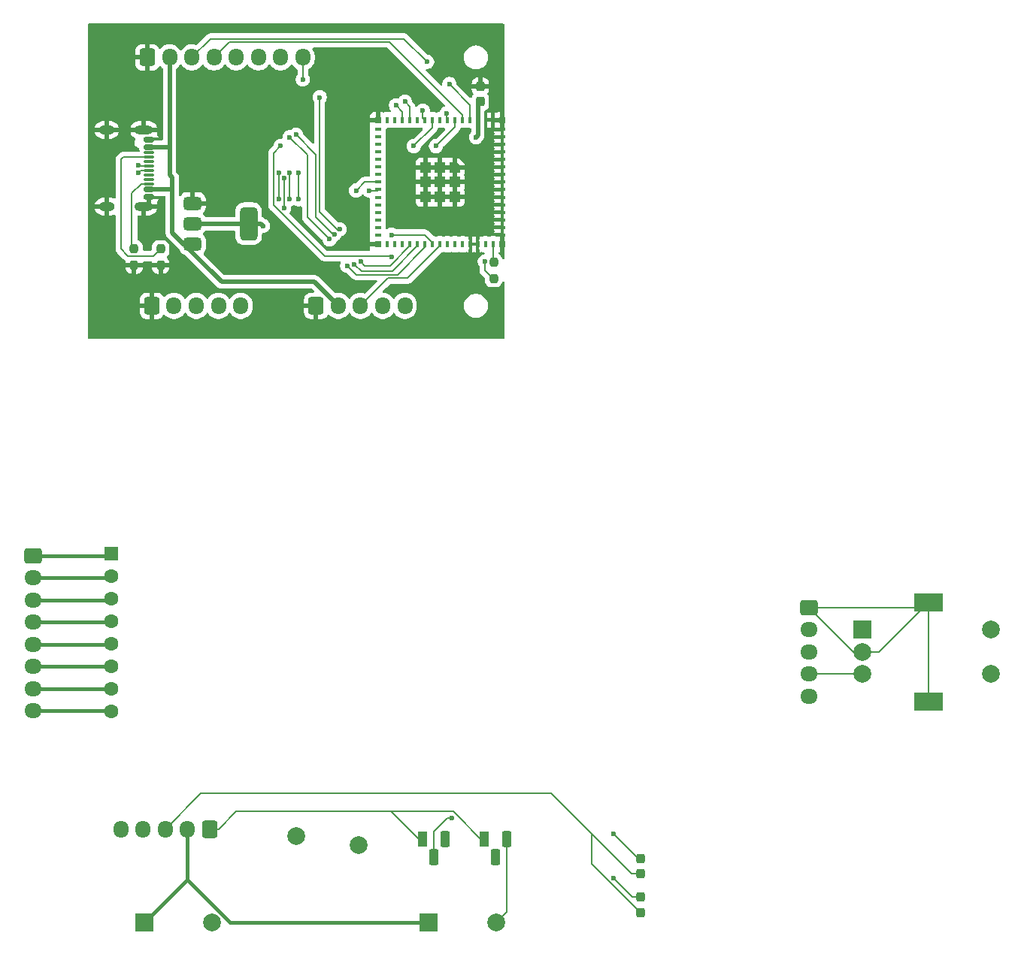
<source format=gbr>
%TF.GenerationSoftware,KiCad,Pcbnew,9.0.2*%
%TF.CreationDate,2025-07-01T18:06:57-05:00*%
%TF.ProjectId,clock,636c6f63-6b2e-46b6-9963-61645f706362,rev?*%
%TF.SameCoordinates,Original*%
%TF.FileFunction,Copper,L1,Top*%
%TF.FilePolarity,Positive*%
%FSLAX46Y46*%
G04 Gerber Fmt 4.6, Leading zero omitted, Abs format (unit mm)*
G04 Created by KiCad (PCBNEW 9.0.2) date 2025-07-01 18:06:57*
%MOMM*%
%LPD*%
G01*
G04 APERTURE LIST*
G04 Aperture macros list*
%AMRoundRect*
0 Rectangle with rounded corners*
0 $1 Rounding radius*
0 $2 $3 $4 $5 $6 $7 $8 $9 X,Y pos of 4 corners*
0 Add a 4 corners polygon primitive as box body*
4,1,4,$2,$3,$4,$5,$6,$7,$8,$9,$2,$3,0*
0 Add four circle primitives for the rounded corners*
1,1,$1+$1,$2,$3*
1,1,$1+$1,$4,$5*
1,1,$1+$1,$6,$7*
1,1,$1+$1,$8,$9*
0 Add four rect primitives between the rounded corners*
20,1,$1+$1,$2,$3,$4,$5,0*
20,1,$1+$1,$4,$5,$6,$7,0*
20,1,$1+$1,$6,$7,$8,$9,0*
20,1,$1+$1,$8,$9,$2,$3,0*%
%AMOutline5P*
0 Free polygon, 5 corners , with rotation*
0 The origin of the aperture is its center*
0 number of corners: always 5*
0 $1 to $10 corner X, Y*
0 $11 Rotation angle, in degrees counterclockwise*
0 create outline with 5 corners*
4,1,5,$1,$2,$3,$4,$5,$6,$7,$8,$9,$10,$1,$2,$11*%
%AMOutline6P*
0 Free polygon, 6 corners , with rotation*
0 The origin of the aperture is its center*
0 number of corners: always 6*
0 $1 to $12 corner X, Y*
0 $13 Rotation angle, in degrees counterclockwise*
0 create outline with 6 corners*
4,1,6,$1,$2,$3,$4,$5,$6,$7,$8,$9,$10,$11,$12,$1,$2,$13*%
%AMOutline7P*
0 Free polygon, 7 corners , with rotation*
0 The origin of the aperture is its center*
0 number of corners: always 7*
0 $1 to $14 corner X, Y*
0 $15 Rotation angle, in degrees counterclockwise*
0 create outline with 7 corners*
4,1,7,$1,$2,$3,$4,$5,$6,$7,$8,$9,$10,$11,$12,$13,$14,$1,$2,$15*%
%AMOutline8P*
0 Free polygon, 8 corners , with rotation*
0 The origin of the aperture is its center*
0 number of corners: always 8*
0 $1 to $16 corner X, Y*
0 $17 Rotation angle, in degrees counterclockwise*
0 create outline with 8 corners*
4,1,8,$1,$2,$3,$4,$5,$6,$7,$8,$9,$10,$11,$12,$13,$14,$15,$16,$1,$2,$17*%
G04 Aperture macros list end*
%TA.AperFunction,ComponentPad*%
%ADD10C,2.000000*%
%TD*%
%TA.AperFunction,ComponentPad*%
%ADD11RoundRect,0.250000X-0.600000X-0.725000X0.600000X-0.725000X0.600000X0.725000X-0.600000X0.725000X0*%
%TD*%
%TA.AperFunction,ComponentPad*%
%ADD12O,1.700000X1.950000*%
%TD*%
%TA.AperFunction,SMDPad,CuDef*%
%ADD13RoundRect,0.237500X0.237500X-0.300000X0.237500X0.300000X-0.237500X0.300000X-0.237500X-0.300000X0*%
%TD*%
%TA.AperFunction,SMDPad,CuDef*%
%ADD14RoundRect,0.237500X-0.237500X0.250000X-0.237500X-0.250000X0.237500X-0.250000X0.237500X0.250000X0*%
%TD*%
%TA.AperFunction,SMDPad,CuDef*%
%ADD15RoundRect,0.375000X-0.625000X-0.375000X0.625000X-0.375000X0.625000X0.375000X-0.625000X0.375000X0*%
%TD*%
%TA.AperFunction,SMDPad,CuDef*%
%ADD16RoundRect,0.500000X-0.500000X-1.400000X0.500000X-1.400000X0.500000X1.400000X-0.500000X1.400000X0*%
%TD*%
%TA.AperFunction,SMDPad,CuDef*%
%ADD17R,0.400000X0.800000*%
%TD*%
%TA.AperFunction,SMDPad,CuDef*%
%ADD18R,0.800000X0.400000*%
%TD*%
%TA.AperFunction,SMDPad,CuDef*%
%ADD19Outline5P,-0.600000X0.204000X-0.204000X0.600000X0.600000X0.600000X0.600000X-0.600000X-0.600000X-0.600000X270.000000*%
%TD*%
%TA.AperFunction,SMDPad,CuDef*%
%ADD20R,1.200000X1.200000*%
%TD*%
%TA.AperFunction,SMDPad,CuDef*%
%ADD21R,0.800000X0.800000*%
%TD*%
%TA.AperFunction,SMDPad,CuDef*%
%ADD22RoundRect,0.237500X-0.237500X0.300000X-0.237500X-0.300000X0.237500X-0.300000X0.237500X0.300000X0*%
%TD*%
%TA.AperFunction,SMDPad,CuDef*%
%ADD23RoundRect,0.150000X-0.425000X0.150000X-0.425000X-0.150000X0.425000X-0.150000X0.425000X0.150000X0*%
%TD*%
%TA.AperFunction,SMDPad,CuDef*%
%ADD24RoundRect,0.075000X-0.500000X0.075000X-0.500000X-0.075000X0.500000X-0.075000X0.500000X0.075000X0*%
%TD*%
%TA.AperFunction,ComponentPad*%
%ADD25O,2.100000X1.000000*%
%TD*%
%TA.AperFunction,ComponentPad*%
%ADD26O,1.800000X1.000000*%
%TD*%
%TA.AperFunction,SMDPad,CuDef*%
%ADD27RoundRect,0.237500X0.237500X-0.250000X0.237500X0.250000X-0.237500X0.250000X-0.237500X-0.250000X0*%
%TD*%
%TA.AperFunction,ComponentPad*%
%ADD28R,2.000000X2.000000*%
%TD*%
%TA.AperFunction,ComponentPad*%
%ADD29R,3.200000X2.000000*%
%TD*%
%TA.AperFunction,ComponentPad*%
%ADD30R,1.524000X1.524000*%
%TD*%
%TA.AperFunction,ComponentPad*%
%ADD31C,1.600000*%
%TD*%
%TA.AperFunction,ComponentPad*%
%ADD32RoundRect,0.250000X-0.725000X0.600000X-0.725000X-0.600000X0.725000X-0.600000X0.725000X0.600000X0*%
%TD*%
%TA.AperFunction,ComponentPad*%
%ADD33O,1.950000X1.700000*%
%TD*%
%TA.AperFunction,ComponentPad*%
%ADD34R,1.100000X1.800000*%
%TD*%
%TA.AperFunction,ComponentPad*%
%ADD35RoundRect,0.275000X-0.275000X-0.625000X0.275000X-0.625000X0.275000X0.625000X-0.275000X0.625000X0*%
%TD*%
%TA.AperFunction,ComponentPad*%
%ADD36RoundRect,0.250000X0.600000X0.725000X-0.600000X0.725000X-0.600000X-0.725000X0.600000X-0.725000X0*%
%TD*%
%TA.AperFunction,ViaPad*%
%ADD37C,0.600000*%
%TD*%
%TA.AperFunction,Conductor*%
%ADD38C,0.200000*%
%TD*%
%TA.AperFunction,Conductor*%
%ADD39C,0.500000*%
%TD*%
%TA.AperFunction,Conductor*%
%ADD40C,0.400000*%
%TD*%
G04 APERTURE END LIST*
D10*
%TO.P,S1,1,1*%
%TO.N,S0*%
X113800000Y-168800000D03*
%TO.P,S1,2,2*%
%TO.N,GND*%
X106800000Y-167750000D03*
%TD*%
D11*
%TO.P,J8,1,Pin_1*%
%TO.N,GND*%
X90500000Y-108000000D03*
D12*
%TO.P,J8,2,Pin_2*%
%TO.N,S1 O*%
X93000000Y-108000000D03*
%TO.P,J8,3,Pin_3*%
%TO.N,E1A O*%
X95500000Y-108000000D03*
%TO.P,J8,4,Pin_4*%
%TO.N,E1B O*%
X98000000Y-108000000D03*
%TO.P,J8,5,Pin_5*%
%TO.N,unconnected-(J8-Pin_5-Pad5)*%
X100500000Y-108000000D03*
%TD*%
D13*
%TO.P,R4,1*%
%TO.N,buzzer*%
X145500000Y-172000000D03*
%TO.P,R4,2*%
%TO.N,Net-(Q1-B)*%
X145500000Y-170275000D03*
%TD*%
D11*
%TO.P,J6,1,Pin_1*%
%TO.N,GND*%
X90000000Y-80000000D03*
D12*
%TO.P,J6,2,Pin_2*%
%TO.N,+5V*%
X92500000Y-80000000D03*
%TO.P,J6,3,Pin_3*%
%TO.N,SCL*%
X95000000Y-80000000D03*
%TO.P,J6,4,Pin_4*%
%TO.N,SDA*%
X97500000Y-80000000D03*
%TO.P,J6,5,Pin_5*%
%TO.N,LCD-RES*%
X100000000Y-80000000D03*
%TO.P,J6,6,Pin_6*%
%TO.N,LCD-CS*%
X102500000Y-80000000D03*
%TO.P,J6,7,Pin_7*%
%TO.N,LCD-DC*%
X105000000Y-80000000D03*
%TO.P,J6,8,Pin_8*%
%TO.N,LCD-BLK*%
X107500000Y-80000000D03*
%TD*%
D14*
%TO.P,R3,1*%
%TO.N,Net-(J1-CC2)*%
X88500000Y-101587500D03*
%TO.P,R3,2*%
%TO.N,GND*%
X88500000Y-103412500D03*
%TD*%
D11*
%TO.P,J5,1,Pin_1*%
%TO.N,GND*%
X109000000Y-108000000D03*
D12*
%TO.P,J5,2,Pin_2*%
%TO.N,+5V*%
X111500000Y-108000000D03*
%TO.P,J5,3,Pin_3*%
%TO.N,buzzer 0*%
X114000000Y-108000000D03*
%TO.P,J5,4,Pin_4*%
%TO.N,unconnected-(J5-Pin_4-Pad4)*%
X116500000Y-108000000D03*
%TO.P,J5,5,Pin_5*%
%TO.N,S0 O*%
X119000000Y-108000000D03*
%TD*%
D15*
%TO.P,U2,1,GND*%
%TO.N,GND*%
X95100000Y-96450000D03*
%TO.P,U2,2,VO*%
%TO.N,+3V3*%
X95100000Y-98750000D03*
D16*
X101400000Y-98750000D03*
D15*
%TO.P,U2,3,VI*%
%TO.N,+5V*%
X95100000Y-101050000D03*
%TD*%
D13*
%TO.P,R5,1*%
%TO.N,buzzer*%
X145500000Y-176362500D03*
%TO.P,R5,2*%
%TO.N,Net-(Q2-B)*%
X145500000Y-174637500D03*
%TD*%
D17*
%TO.P,U1,1,GND*%
%TO.N,GND*%
X128910000Y-87060000D03*
%TO.P,U1,2,GND*%
X128060000Y-87060000D03*
%TO.P,U1,3,3V3*%
%TO.N,+3V3*%
X127210000Y-87060000D03*
%TO.P,U1,4,IO0*%
%TO.N,SCL*%
X126360000Y-87060000D03*
%TO.P,U1,5,IO1*%
%TO.N,SDA*%
X125510000Y-87060000D03*
%TO.P,U1,6,IO2*%
%TO.N,S0 O*%
X124660000Y-87060000D03*
%TO.P,U1,7,IO3*%
%TO.N,S1 O*%
X123810000Y-87060000D03*
%TO.P,U1,8,IO4*%
%TO.N,unconnected-(U1-IO4-Pad8)*%
X122960000Y-87060000D03*
%TO.P,U1,9,IO5*%
%TO.N,Row 0 O*%
X122110000Y-87060000D03*
%TO.P,U1,10,IO6*%
%TO.N,Row 1 O*%
X121260000Y-87060000D03*
%TO.P,U1,11,IO7*%
%TO.N,unconnected-(U1-IO7-Pad11)*%
X120410000Y-87060000D03*
%TO.P,U1,12,IO8*%
%TO.N,E1A O*%
X119560000Y-87060000D03*
%TO.P,U1,13,IO9*%
%TO.N,E1B O*%
X118710000Y-87060000D03*
%TO.P,U1,14,IO10*%
%TO.N,unconnected-(U1-IO10-Pad14)*%
X117860000Y-87060000D03*
%TO.P,U1,15,IO11*%
%TO.N,unconnected-(U1-IO11-Pad15)*%
X117010000Y-87060000D03*
D18*
%TO.P,U1,16,IO12*%
%TO.N,unconnected-(U1-IO12-Pad16)*%
X115960000Y-88110000D03*
%TO.P,U1,17,IO13*%
%TO.N,unconnected-(U1-IO13-Pad17)*%
X115960000Y-88960000D03*
%TO.P,U1,18,IO14*%
%TO.N,unconnected-(U1-IO14-Pad18)*%
X115960000Y-89810000D03*
%TO.P,U1,19,IO15*%
%TO.N,unconnected-(U1-IO15-Pad19)*%
X115960000Y-90660000D03*
%TO.P,U1,20,IO16*%
%TO.N,unconnected-(U1-IO16-Pad20)*%
X115960000Y-91510000D03*
%TO.P,U1,21,IO17*%
%TO.N,unconnected-(U1-IO17-Pad21)*%
X115960000Y-92360000D03*
%TO.P,U1,22,IO18*%
%TO.N,unconnected-(U1-IO18-Pad22)*%
X115960000Y-93210000D03*
%TO.P,U1,23,IO19*%
%TO.N,D-*%
X115960000Y-94060000D03*
%TO.P,U1,24,IO20*%
%TO.N,D+*%
X115960000Y-94910000D03*
%TO.P,U1,25,IO21*%
%TO.N,unconnected-(U1-IO21-Pad25)*%
X115960000Y-95760000D03*
%TO.P,U1,26,IO26*%
%TO.N,unconnected-(U1-IO26-Pad26)*%
X115960000Y-96610000D03*
%TO.P,U1,27,IO47*%
%TO.N,unconnected-(U1-IO47-Pad27)*%
X115960000Y-97460000D03*
%TO.P,U1,28,IO33*%
%TO.N,unconnected-(U1-IO33-Pad28)*%
X115960000Y-98310000D03*
%TO.P,U1,29,IO34*%
%TO.N,unconnected-(U1-IO34-Pad29)*%
X115960000Y-99160000D03*
%TO.P,U1,30,IO48*%
%TO.N,unconnected-(U1-IO48-Pad30)*%
X115960000Y-100010000D03*
D17*
%TO.P,U1,31,IO35*%
%TO.N,unconnected-(U1-IO35-Pad31)*%
X117010000Y-101060000D03*
%TO.P,U1,32,IO36*%
%TO.N,unconnected-(U1-IO36-Pad32)*%
X117860000Y-101060000D03*
%TO.P,U1,33,IO37*%
%TO.N,unconnected-(U1-IO37-Pad33)*%
X118710000Y-101060000D03*
%TO.P,U1,34,IO38*%
%TO.N,LCD-BLK*%
X119560000Y-101060000D03*
%TO.P,U1,35,IO39*%
%TO.N,LCD-DC*%
X120410000Y-101060000D03*
%TO.P,U1,36,IO40*%
%TO.N,LCD-CS*%
X121260000Y-101060000D03*
%TO.P,U1,37,IO41*%
%TO.N,LCD-RES*%
X122110000Y-101060000D03*
%TO.P,U1,38,IO42*%
%TO.N,buzzer 0*%
X122960000Y-101060000D03*
%TO.P,U1,39,TXD0*%
%TO.N,unconnected-(U1-TXD0-Pad39)*%
X123810000Y-101060000D03*
%TO.P,U1,40,RXD0*%
%TO.N,unconnected-(U1-RXD0-Pad40)*%
X124660000Y-101060000D03*
%TO.P,U1,41,IO45*%
%TO.N,unconnected-(U1-IO45-Pad41)*%
X125510000Y-101060000D03*
%TO.P,U1,42,GND*%
%TO.N,GND*%
X126360000Y-101060000D03*
%TO.P,U1,43,GND*%
X127210000Y-101060000D03*
%TO.P,U1,44,IO46*%
%TO.N,unconnected-(U1-IO46-Pad44)*%
X128060000Y-101060000D03*
%TO.P,U1,45,EN*%
%TO.N,Net-(U1-EN)*%
X128910000Y-101060000D03*
D18*
%TO.P,U1,46,GND*%
%TO.N,GND*%
X129960000Y-100010000D03*
%TO.P,U1,47,GND*%
X129960000Y-99160000D03*
%TO.P,U1,48,GND*%
X129960000Y-98310000D03*
%TO.P,U1,49,GND*%
X129960000Y-97460000D03*
%TO.P,U1,50,GND*%
X129960000Y-96610000D03*
%TO.P,U1,51,GND*%
X129960000Y-95760000D03*
%TO.P,U1,52,GND*%
X129960000Y-94910000D03*
%TO.P,U1,53,GND*%
X129960000Y-94060000D03*
%TO.P,U1,54,GND*%
X129960000Y-93210000D03*
%TO.P,U1,55,GND*%
X129960000Y-92360000D03*
%TO.P,U1,56,GND*%
X129960000Y-91510000D03*
%TO.P,U1,57,GND*%
X129960000Y-90660000D03*
%TO.P,U1,58,GND*%
X129960000Y-89810000D03*
%TO.P,U1,59,GND*%
X129960000Y-88960000D03*
%TO.P,U1,60,GND*%
X129960000Y-88110000D03*
D19*
%TO.P,U1,61,GND*%
X124610000Y-92410000D03*
D20*
X122960000Y-92410000D03*
X121310000Y-92410000D03*
X124610000Y-94060000D03*
X122960000Y-94060000D03*
X121310000Y-94060000D03*
X124610000Y-95710000D03*
X122960000Y-95710000D03*
X121310000Y-95710000D03*
D21*
%TO.P,U1,62,GND*%
X129960000Y-87060000D03*
%TO.P,U1,63,GND*%
X115960000Y-87060000D03*
%TO.P,U1,64,GND*%
X115960000Y-101060000D03*
%TO.P,U1,65,GND*%
X129960000Y-101060000D03*
%TD*%
D22*
%TO.P,C1,1*%
%TO.N,GND*%
X127500000Y-83275000D03*
%TO.P,C1,2*%
%TO.N,+3V3*%
X127500000Y-85000000D03*
%TD*%
D23*
%TO.P,J1,A1,GND*%
%TO.N,GND*%
X90180000Y-89300000D03*
%TO.P,J1,A4,VBUS*%
%TO.N,+5V*%
X90180000Y-90100000D03*
D24*
%TO.P,J1,A5,CC1*%
%TO.N,Net-(J1-CC1)*%
X90180000Y-91250000D03*
%TO.P,J1,A6,D+*%
%TO.N,D+*%
X90180000Y-92250000D03*
%TO.P,J1,A7,D-*%
%TO.N,D-*%
X90180000Y-92750000D03*
%TO.P,J1,A8,SBU1*%
%TO.N,unconnected-(J1-SBU1-PadA8)*%
X90180000Y-93750000D03*
D23*
%TO.P,J1,A9,VBUS*%
%TO.N,+5V*%
X90180000Y-94900000D03*
%TO.P,J1,A12,GND*%
%TO.N,GND*%
X90180000Y-95700000D03*
%TO.P,J1,B1,GND*%
X90180000Y-95700000D03*
%TO.P,J1,B4,VBUS*%
%TO.N,+5V*%
X90180000Y-94900000D03*
D24*
%TO.P,J1,B5,CC2*%
%TO.N,Net-(J1-CC2)*%
X90180000Y-94250000D03*
%TO.P,J1,B6,D+*%
%TO.N,unconnected-(J1-D+-PadB6)*%
X90180000Y-93250000D03*
%TO.P,J1,B7,D-*%
%TO.N,unconnected-(J1-D--PadB7)*%
X90180000Y-91750000D03*
%TO.P,J1,B8,SBU2*%
%TO.N,unconnected-(J1-SBU2-PadB8)*%
X90180000Y-90750000D03*
D23*
%TO.P,J1,B9,VBUS*%
%TO.N,+5V*%
X90180000Y-90100000D03*
%TO.P,J1,B12,GND*%
%TO.N,GND*%
X90180000Y-89300000D03*
D25*
%TO.P,J1,S1,SHIELD*%
X89605000Y-88180000D03*
D26*
X85425000Y-88180000D03*
D25*
X89605000Y-96820000D03*
D26*
X85425000Y-96820000D03*
%TD*%
D14*
%TO.P,R2,1*%
%TO.N,Net-(J1-CC1)*%
X91500000Y-101587500D03*
%TO.P,R2,2*%
%TO.N,GND*%
X91500000Y-103412500D03*
%TD*%
D27*
%TO.P,R1,1*%
%TO.N,+3V3*%
X129000000Y-104912500D03*
%TO.P,R1,2*%
%TO.N,Net-(U1-EN)*%
X129000000Y-103087500D03*
%TD*%
D28*
%TO.P,SW1,A,A*%
%TO.N,E1A*%
X170500000Y-144500000D03*
D10*
%TO.P,SW1,B,B*%
%TO.N,E1B*%
X170500000Y-149500000D03*
%TO.P,SW1,C,C*%
%TO.N,GND*%
X170500000Y-147000000D03*
D29*
%TO.P,SW1,MP,MP*%
X178000000Y-141400000D03*
X178000000Y-152600000D03*
D10*
%TO.P,SW1,S1,S1*%
%TO.N,S1*%
X185000000Y-149500000D03*
%TO.P,SW1,S2,S2*%
%TO.N,GND*%
X185000000Y-144500000D03*
%TD*%
D30*
%TO.P,LCD1,1,GND*%
%TO.N,Net-(J2-Pin_1)*%
X85900000Y-135900000D03*
D31*
%TO.P,LCD1,2,VCC*%
%TO.N,Net-(J2-Pin_2)*%
X85900000Y-138440000D03*
%TO.P,LCD1,3,SCL*%
%TO.N,Net-(J2-Pin_3)*%
X85900000Y-140980000D03*
%TO.P,LCD1,4,SDA*%
%TO.N,Net-(J2-Pin_4)*%
X85900000Y-143520000D03*
%TO.P,LCD1,5,RES*%
%TO.N,Net-(J2-Pin_5)*%
X85900000Y-146060000D03*
%TO.P,LCD1,6,DC*%
%TO.N,Net-(J2-Pin_6)*%
X85900000Y-148600000D03*
%TO.P,LCD1,7,CS*%
%TO.N,Net-(J2-Pin_7)*%
X85900000Y-151140000D03*
%TO.P,LCD1,8,BLK*%
%TO.N,Net-(J2-Pin_8)*%
X85900000Y-153680000D03*
%TD*%
D32*
%TO.P,J2,1,Pin_1*%
%TO.N,Net-(J2-Pin_1)*%
X77125000Y-136150000D03*
D33*
%TO.P,J2,2,Pin_2*%
%TO.N,Net-(J2-Pin_2)*%
X77125000Y-138650000D03*
%TO.P,J2,3,Pin_3*%
%TO.N,Net-(J2-Pin_3)*%
X77125000Y-141150000D03*
%TO.P,J2,4,Pin_4*%
%TO.N,Net-(J2-Pin_4)*%
X77125000Y-143650000D03*
%TO.P,J2,5,Pin_5*%
%TO.N,Net-(J2-Pin_5)*%
X77125000Y-146150000D03*
%TO.P,J2,6,Pin_6*%
%TO.N,Net-(J2-Pin_6)*%
X77125000Y-148650000D03*
%TO.P,J2,7,Pin_7*%
%TO.N,Net-(J2-Pin_7)*%
X77125000Y-151150000D03*
%TO.P,J2,8,Pin_8*%
%TO.N,Net-(J2-Pin_8)*%
X77125000Y-153650000D03*
%TD*%
D34*
%TO.P,Q2,1,E*%
%TO.N,GND*%
X127960000Y-168100000D03*
D35*
%TO.P,Q2,2,B*%
%TO.N,Net-(Q2-B)*%
X129230000Y-170170000D03*
%TO.P,Q2,3,C*%
%TO.N,Net-(BZ2--)*%
X130500000Y-168100000D03*
%TD*%
D28*
%TO.P,BZ1,1,+*%
%TO.N,+5V*%
X89700000Y-177500000D03*
D10*
%TO.P,BZ1,2,-*%
%TO.N,Net-(BZ1--)*%
X97300000Y-177500000D03*
%TD*%
D34*
%TO.P,Q1,1,E*%
%TO.N,GND*%
X120960000Y-168100000D03*
D35*
%TO.P,Q1,2,B*%
%TO.N,Net-(Q1-B)*%
X122230000Y-170170000D03*
%TO.P,Q1,3,C*%
%TO.N,Net-(BZ1--)*%
X123500000Y-168100000D03*
%TD*%
D32*
%TO.P,J4,1,Pin_1*%
%TO.N,GND*%
X164475000Y-142000000D03*
D33*
%TO.P,J4,2,Pin_2*%
%TO.N,S1*%
X164475000Y-144500000D03*
%TO.P,J4,3,Pin_3*%
%TO.N,E1A*%
X164475000Y-147000000D03*
%TO.P,J4,4,Pin_4*%
%TO.N,E1B*%
X164475000Y-149500000D03*
%TO.P,J4,5,Pin_5*%
%TO.N,Row 1*%
X164475000Y-152000000D03*
%TD*%
D36*
%TO.P,J3,1,Pin_1*%
%TO.N,GND*%
X96999999Y-166974999D03*
D12*
%TO.P,J3,2,Pin_2*%
%TO.N,+5V*%
X94499998Y-166974999D03*
%TO.P,J3,3,Pin_3*%
%TO.N,buzzer*%
X91999999Y-166975000D03*
%TO.P,J3,4,Pin_4*%
%TO.N,unconnected-(J3-Pin_4-Pad4)*%
X89499999Y-166974999D03*
%TO.P,J3,5,Pin_5*%
%TO.N,S0*%
X86999999Y-166974999D03*
%TD*%
D28*
%TO.P,BZ2,1,+*%
%TO.N,+5V*%
X121700000Y-177500000D03*
D10*
%TO.P,BZ2,2,-*%
%TO.N,Net-(BZ2--)*%
X129300000Y-177500000D03*
%TD*%
D37*
%TO.N,E1A O*%
X119000000Y-85000000D03*
X105400000Y-97000000D03*
X105400000Y-93565687D03*
%TO.N,E1B O*%
X118000000Y-85400000D03*
X106000000Y-96000000D03*
X106000000Y-93000000D03*
%TO.N,Row 1 O*%
X107000000Y-93000000D03*
X107000000Y-96000000D03*
X121000000Y-86000000D03*
%TO.N,S1 O*%
X104800000Y-93000000D03*
X104800000Y-96000000D03*
X123713908Y-86286092D03*
%TO.N,D+*%
X115000000Y-95000000D03*
X88957313Y-92201137D03*
%TO.N,D-*%
X113500000Y-95000000D03*
X89000000Y-93000000D03*
%TO.N,+3V3*%
X103000000Y-99000000D03*
X128000000Y-103000000D03*
X127000000Y-89000000D03*
%TO.N,LCD-RES*%
X117485735Y-102485735D03*
X117500000Y-100000000D03*
X105000000Y-90000000D03*
%TO.N,SCL*%
X121500000Y-80500000D03*
X124000000Y-83000000D03*
%TO.N,LCD-CS*%
X106000000Y-89000000D03*
X110500000Y-100500000D03*
X112500000Y-103500000D03*
%TO.N,LCD-BLK*%
X114013901Y-102994255D03*
X107500000Y-82500000D03*
X109400000Y-84500000D03*
X111631374Y-99368626D03*
%TO.N,LCD-DC*%
X111065687Y-99934313D03*
X113274552Y-103299816D03*
X106745258Y-88709156D03*
%TO.N,S0 O*%
X122500000Y-90000000D03*
%TO.N,Row 0 O*%
X120000000Y-90000000D03*
%TO.N,Net-(Q1-B)*%
X142500000Y-167500000D03*
X124305735Y-165694265D03*
%TO.N,Net-(Q2-B)*%
X142500000Y-172500000D03*
%TD*%
D38*
%TO.N,E1A O*%
X119560000Y-85560000D02*
X119560000Y-87060000D01*
X119000000Y-85000000D02*
X119560000Y-85560000D01*
X105400000Y-97000000D02*
X105400000Y-93565687D01*
%TO.N,E1B O*%
X118710000Y-86110000D02*
X118710000Y-87060000D01*
X118000000Y-85400000D02*
X118710000Y-86110000D01*
X106000000Y-96000000D02*
X106000000Y-93000000D01*
%TO.N,Row 1 O*%
X121000000Y-86800000D02*
X121260000Y-87060000D01*
X121000000Y-86000000D02*
X121000000Y-86800000D01*
X107000000Y-96000000D02*
X107000000Y-93000000D01*
%TO.N,S1 O*%
X104800000Y-96000000D02*
X104800000Y-93000000D01*
X123713908Y-86963908D02*
X123810000Y-87060000D01*
X123713908Y-86286092D02*
X123713908Y-86963908D01*
%TO.N,GND*%
X120960000Y-168500000D02*
X117460000Y-165000000D01*
X170500000Y-147000000D02*
X169475000Y-147000000D01*
X177400000Y-142000000D02*
X178000000Y-141400000D01*
X124460000Y-165000000D02*
X100000000Y-165000000D01*
X100000000Y-165000000D02*
X98025001Y-166974999D01*
X169475000Y-147000000D02*
X164475000Y-142000000D01*
X117460000Y-165000000D02*
X100000000Y-165000000D01*
X178000000Y-152600000D02*
X178000000Y-141400000D01*
X98025001Y-166974999D02*
X96999999Y-166974999D01*
X164475000Y-142000000D02*
X177400000Y-142000000D01*
X127960000Y-168500000D02*
X124460000Y-165000000D01*
X172400000Y-147000000D02*
X178000000Y-141400000D01*
X170500000Y-147000000D02*
X172400000Y-147000000D01*
D39*
%TO.N,+5V*%
X92800000Y-99750000D02*
X94100000Y-101050000D01*
X92500000Y-90000000D02*
X92500000Y-80000000D01*
X92800000Y-95000000D02*
X92800000Y-97705026D01*
X90180000Y-90100000D02*
X92400000Y-90100000D01*
X98351000Y-105301000D02*
X108801000Y-105301000D01*
X92400000Y-90100000D02*
X92500000Y-90000000D01*
X92500000Y-93250000D02*
X92500000Y-90000000D01*
X90180000Y-94900000D02*
X92700000Y-94900000D01*
D40*
X121700000Y-177500000D02*
X99299996Y-177500000D01*
X94499998Y-172700002D02*
X89700000Y-177500000D01*
D39*
X92800000Y-99750000D02*
X98351000Y-105301000D01*
X92800000Y-93550000D02*
X92800000Y-95000000D01*
X95100000Y-101050000D02*
X94100000Y-101050000D01*
X92800000Y-97705026D02*
X92800000Y-99750000D01*
D40*
X94499998Y-166974999D02*
X94499998Y-172700002D01*
D39*
X92700000Y-94900000D02*
X92800000Y-95000000D01*
X92800000Y-93550000D02*
X92500000Y-93250000D01*
D40*
X99299996Y-177500000D02*
X94499998Y-172700002D01*
D39*
X108801000Y-105301000D02*
X111500000Y-108000000D01*
D38*
%TO.N,D+*%
X89006176Y-92250000D02*
X90180000Y-92250000D01*
X115000000Y-95000000D02*
X115870000Y-95000000D01*
X115870000Y-95000000D02*
X115960000Y-94910000D01*
X88957313Y-92201137D02*
X89006176Y-92250000D01*
%TO.N,Net-(J1-CC2)*%
X89290406Y-94250000D02*
X90180000Y-94250000D01*
X88500000Y-101587500D02*
X88255000Y-101342500D01*
X88255000Y-101342500D02*
X88255000Y-95285406D01*
X88255000Y-95285406D02*
X89290406Y-94250000D01*
%TO.N,D-*%
X113500000Y-95000000D02*
X114440000Y-94060000D01*
X114440000Y-94060000D02*
X115960000Y-94060000D01*
X89250000Y-92750000D02*
X90180000Y-92750000D01*
X89000000Y-93000000D02*
X89250000Y-92750000D01*
%TO.N,Net-(J1-CC1)*%
X90712500Y-102375000D02*
X91500000Y-101587500D01*
X87805099Y-102375000D02*
X90712500Y-102375000D01*
X87250000Y-91250000D02*
X87000000Y-91500000D01*
X90180000Y-91250000D02*
X87250000Y-91250000D01*
X87000000Y-101569901D02*
X87805099Y-102375000D01*
X87000000Y-91500000D02*
X87000000Y-101569901D01*
%TO.N,+3V3*%
X128000000Y-104000000D02*
X128000000Y-103000000D01*
D39*
X127210000Y-87060000D02*
X127210000Y-88790000D01*
X102750000Y-98750000D02*
X103000000Y-99000000D01*
X101400000Y-98750000D02*
X102750000Y-98750000D01*
D38*
X129000000Y-104912500D02*
X128912500Y-104912500D01*
D39*
X95100000Y-98750000D02*
X101400000Y-98750000D01*
X127210000Y-87060000D02*
X127210000Y-85185000D01*
X127210000Y-88790000D02*
X127000000Y-89000000D01*
D38*
X128912500Y-104912500D02*
X128000000Y-104000000D01*
%TO.N,Net-(U1-EN)*%
X128910000Y-102997500D02*
X129000000Y-103087500D01*
X128910000Y-101060000D02*
X128910000Y-102997500D01*
%TO.N,LCD-RES*%
X104199000Y-90801000D02*
X104199000Y-96648943D01*
X105000000Y-90000000D02*
X104199000Y-90801000D01*
X117500000Y-100000000D02*
X121250000Y-100000000D01*
X117393255Y-102393255D02*
X117485735Y-102485735D01*
X109943312Y-102393255D02*
X117393255Y-102393255D01*
X121250000Y-100000000D02*
X122110000Y-100860000D01*
X104199000Y-96648943D02*
X109943312Y-102393255D01*
X122110000Y-100860000D02*
X122110000Y-101060000D01*
%TO.N,Net-(J2-Pin_1)*%
X85650000Y-136150000D02*
X85900000Y-135900000D01*
D40*
X77125000Y-136150000D02*
X85650000Y-136150000D01*
%TO.N,Net-(J2-Pin_6)*%
X77125000Y-148650000D02*
X85850000Y-148650000D01*
D38*
X85850000Y-148650000D02*
X85900000Y-148600000D01*
D40*
%TO.N,Net-(J2-Pin_7)*%
X77125000Y-151150000D02*
X85890000Y-151150000D01*
D38*
X85890000Y-151150000D02*
X85900000Y-151140000D01*
D40*
%TO.N,Net-(J2-Pin_5)*%
X77125000Y-146150000D02*
X85810000Y-146150000D01*
D38*
X85810000Y-146150000D02*
X85900000Y-146060000D01*
%TO.N,Net-(J2-Pin_4)*%
X85770000Y-143650000D02*
X85900000Y-143520000D01*
D40*
X77125000Y-143650000D02*
X85770000Y-143650000D01*
D38*
%TO.N,Net-(J2-Pin_3)*%
X85730000Y-141150000D02*
X85900000Y-140980000D01*
D40*
X77125000Y-141150000D02*
X85730000Y-141150000D01*
%TO.N,Net-(J2-Pin_2)*%
X77125000Y-138650000D02*
X85690000Y-138650000D01*
D38*
X85690000Y-138650000D02*
X85900000Y-138440000D01*
%TO.N,Net-(J2-Pin_8)*%
X85870000Y-153650000D02*
X85900000Y-153680000D01*
D40*
X77125000Y-153650000D02*
X85870000Y-153650000D01*
D38*
%TO.N,SCL*%
X124000000Y-83000000D02*
X126360000Y-85360000D01*
X95000000Y-80000000D02*
X97100000Y-77900000D01*
X121500000Y-80500000D02*
X118900000Y-77900000D01*
X126360000Y-85360000D02*
X126360000Y-87060000D01*
X97100000Y-77900000D02*
X118900000Y-77900000D01*
%TO.N,SDA*%
X117300000Y-78300000D02*
X125510000Y-86510000D01*
X99200000Y-78300000D02*
X117300000Y-78300000D01*
X97500000Y-80000000D02*
X99200000Y-78300000D01*
X125510000Y-86510000D02*
X125510000Y-87060000D01*
%TO.N,E1B*%
X164475000Y-149500000D02*
X170500000Y-149500000D01*
%TO.N,LCD-CS*%
X112500000Y-103500000D02*
X113500000Y-104500000D01*
X110500000Y-100500000D02*
X108000000Y-98000000D01*
X118170000Y-104500000D02*
X121260000Y-101410000D01*
X113500000Y-104500000D02*
X118170000Y-104500000D01*
X106000000Y-89000000D02*
X108000000Y-91000000D01*
X121260000Y-101410000D02*
X121260000Y-101060000D01*
X108000000Y-91000000D02*
X108000000Y-98000000D01*
%TO.N,LCD-BLK*%
X109400000Y-97400000D02*
X109400000Y-84400000D01*
X111500000Y-99500000D02*
X111631374Y-99368626D01*
X117320000Y-103500000D02*
X119560000Y-101260000D01*
X114013901Y-103013901D02*
X114500000Y-103500000D01*
X114500000Y-103500000D02*
X117320000Y-103500000D01*
X114013901Y-102994255D02*
X114013901Y-103013901D01*
X107500000Y-82500000D02*
X107500000Y-80000000D01*
X119560000Y-101260000D02*
X119560000Y-101060000D01*
X111500000Y-99500000D02*
X109400000Y-97400000D01*
%TO.N,LCD-DC*%
X113274552Y-103299816D02*
X113299816Y-103299816D01*
X120410000Y-101260000D02*
X120410000Y-101060000D01*
X114100000Y-104100000D02*
X117570000Y-104100000D01*
X106745258Y-88709156D02*
X109000000Y-90963898D01*
X113299816Y-103299816D02*
X114100000Y-104100000D01*
X109000000Y-98000000D02*
X111000000Y-100000000D01*
X109000000Y-90963898D02*
X109000000Y-98000000D01*
X111000000Y-100000000D02*
X111065687Y-99934313D01*
X117570000Y-104100000D02*
X120410000Y-101260000D01*
%TO.N,S0 O*%
X124660000Y-87060000D02*
X124660000Y-87840000D01*
X124660000Y-87840000D02*
X122500000Y-90000000D01*
%TO.N,Row 0 O*%
X122110000Y-87060000D02*
X122110000Y-87890000D01*
X122110000Y-87890000D02*
X120000000Y-90000000D01*
%TO.N,Net-(BZ2--)*%
X130500000Y-168500000D02*
X130500000Y-176300000D01*
X130500000Y-176300000D02*
X129300000Y-177500000D01*
%TO.N,Net-(Q1-B)*%
X142500000Y-167500000D02*
X145275000Y-170275000D01*
X122230000Y-169770000D02*
X122230000Y-167230000D01*
X122230000Y-167230000D02*
X123765735Y-165694265D01*
X145275000Y-170275000D02*
X145500000Y-170275000D01*
X123765735Y-165694265D02*
X124305735Y-165694265D01*
%TO.N,Net-(Q2-B)*%
X142500000Y-172500000D02*
X144637500Y-174637500D01*
X144637500Y-174637500D02*
X145500000Y-174637500D01*
%TO.N,buzzer*%
X140000000Y-167500000D02*
X144500000Y-172000000D01*
X95998999Y-162976000D02*
X135476000Y-162976000D01*
X91999999Y-166975000D02*
X95998999Y-162976000D01*
X135476000Y-162976000D02*
X140000000Y-167500000D01*
X140000000Y-167500000D02*
X140000000Y-170862500D01*
X140000000Y-170862500D02*
X145500000Y-176362500D01*
X144500000Y-172000000D02*
X145500000Y-172000000D01*
%TO.N,buzzer 0*%
X114000000Y-108000000D02*
X117099000Y-104901000D01*
X122960000Y-101260000D02*
X122960000Y-101060000D01*
X119319000Y-104901000D02*
X122960000Y-101260000D01*
X117099000Y-104901000D02*
X119319000Y-104901000D01*
%TO.N,unconnected-(U1-IO4-Pad8)*%
X122960000Y-87260000D02*
X122960000Y-87060000D01*
%TO.N,unconnected-(U1-IO11-Pad15)*%
X117000000Y-87070000D02*
X117010000Y-87060000D01*
%TD*%
%TA.AperFunction,Conductor*%
%TO.N,GND*%
G36*
X117066942Y-78920185D02*
G01*
X117087584Y-78936819D01*
X123481209Y-85330444D01*
X123514694Y-85391767D01*
X123509710Y-85461459D01*
X123467838Y-85517392D01*
X123440981Y-85532686D01*
X123334732Y-85576696D01*
X123334722Y-85576701D01*
X123203619Y-85664302D01*
X123203615Y-85664305D01*
X123092121Y-85775799D01*
X123092118Y-85775803D01*
X123004517Y-85906906D01*
X123004510Y-85906919D01*
X122944172Y-86052590D01*
X122944169Y-86052599D01*
X122942757Y-86059700D01*
X122910367Y-86121609D01*
X122849649Y-86156179D01*
X122821142Y-86159500D01*
X122712130Y-86159500D01*
X122712123Y-86159501D01*
X122652516Y-86165908D01*
X122578332Y-86193577D01*
X122508640Y-86198561D01*
X122491668Y-86193577D01*
X122417488Y-86165910D01*
X122417484Y-86165909D01*
X122417483Y-86165909D01*
X122357873Y-86159500D01*
X122357864Y-86159500D01*
X121924500Y-86159500D01*
X121857461Y-86139815D01*
X121811706Y-86087011D01*
X121800500Y-86035500D01*
X121800500Y-85921155D01*
X121800499Y-85921153D01*
X121792878Y-85882838D01*
X121769737Y-85766503D01*
X121767396Y-85760851D01*
X121709397Y-85620827D01*
X121709390Y-85620814D01*
X121621789Y-85489711D01*
X121621786Y-85489707D01*
X121510292Y-85378213D01*
X121510288Y-85378210D01*
X121379185Y-85290609D01*
X121379172Y-85290602D01*
X121233501Y-85230264D01*
X121233489Y-85230261D01*
X121078845Y-85199500D01*
X121078842Y-85199500D01*
X120921158Y-85199500D01*
X120921155Y-85199500D01*
X120766510Y-85230261D01*
X120766498Y-85230264D01*
X120620827Y-85290602D01*
X120620814Y-85290609D01*
X120489711Y-85378210D01*
X120489707Y-85378213D01*
X120378213Y-85489707D01*
X120378208Y-85489714D01*
X120376530Y-85492225D01*
X120375313Y-85493241D01*
X120374347Y-85494419D01*
X120374123Y-85494235D01*
X120322912Y-85537024D01*
X120253586Y-85545724D01*
X120190562Y-85515562D01*
X120153850Y-85456115D01*
X120153735Y-85455693D01*
X120119577Y-85328216D01*
X120063025Y-85230264D01*
X120040524Y-85191290D01*
X120040518Y-85191282D01*
X119834573Y-84985337D01*
X119801088Y-84924014D01*
X119800637Y-84921847D01*
X119772066Y-84778211D01*
X119769737Y-84766503D01*
X119738298Y-84690602D01*
X119709397Y-84620827D01*
X119709390Y-84620814D01*
X119621789Y-84489711D01*
X119621786Y-84489707D01*
X119510292Y-84378213D01*
X119510288Y-84378210D01*
X119379185Y-84290609D01*
X119379172Y-84290602D01*
X119233501Y-84230264D01*
X119233489Y-84230261D01*
X119078845Y-84199500D01*
X119078842Y-84199500D01*
X118921158Y-84199500D01*
X118921155Y-84199500D01*
X118766510Y-84230261D01*
X118766498Y-84230264D01*
X118620827Y-84290602D01*
X118620814Y-84290609D01*
X118489711Y-84378210D01*
X118489707Y-84378213D01*
X118378213Y-84489707D01*
X118378210Y-84489711D01*
X118324368Y-84570291D01*
X118270755Y-84615096D01*
X118201430Y-84623803D01*
X118197075Y-84623017D01*
X118078846Y-84599500D01*
X118078842Y-84599500D01*
X117921158Y-84599500D01*
X117921155Y-84599500D01*
X117766510Y-84630261D01*
X117766498Y-84630264D01*
X117620827Y-84690602D01*
X117620814Y-84690609D01*
X117489711Y-84778210D01*
X117489707Y-84778213D01*
X117378213Y-84889707D01*
X117378210Y-84889711D01*
X117290609Y-85020814D01*
X117290602Y-85020827D01*
X117230264Y-85166498D01*
X117230261Y-85166510D01*
X117199500Y-85321153D01*
X117199500Y-85478846D01*
X117230261Y-85633489D01*
X117230264Y-85633501D01*
X117290602Y-85779172D01*
X117290609Y-85779185D01*
X117378210Y-85910288D01*
X117378213Y-85910292D01*
X117423394Y-85955473D01*
X117456879Y-86016796D01*
X117451895Y-86086488D01*
X117410023Y-86142421D01*
X117344559Y-86166838D01*
X117322459Y-86166444D01*
X117317483Y-86165909D01*
X117257873Y-86159500D01*
X117257865Y-86159500D01*
X116762129Y-86159500D01*
X116762123Y-86159501D01*
X116702516Y-86165908D01*
X116627617Y-86193844D01*
X116557926Y-86198828D01*
X116540952Y-86193844D01*
X116467379Y-86166403D01*
X116467372Y-86166401D01*
X116407844Y-86160000D01*
X116210000Y-86160000D01*
X116210000Y-86936000D01*
X116190315Y-87003039D01*
X116137511Y-87048794D01*
X116086000Y-87060000D01*
X115960000Y-87060000D01*
X115960000Y-87186000D01*
X115940315Y-87253039D01*
X115887511Y-87298794D01*
X115836000Y-87310000D01*
X115060000Y-87310000D01*
X115060000Y-87507844D01*
X115066401Y-87567372D01*
X115066403Y-87567379D01*
X115093844Y-87640952D01*
X115098828Y-87710643D01*
X115093844Y-87727618D01*
X115065909Y-87802517D01*
X115059500Y-87862127D01*
X115059500Y-87862134D01*
X115059500Y-87862135D01*
X115059500Y-88357870D01*
X115059501Y-88357876D01*
X115065908Y-88417483D01*
X115093577Y-88491667D01*
X115098561Y-88561358D01*
X115093577Y-88578331D01*
X115065910Y-88652511D01*
X115065909Y-88652515D01*
X115065909Y-88652517D01*
X115059500Y-88712127D01*
X115059500Y-88712134D01*
X115059500Y-88712135D01*
X115059500Y-89207870D01*
X115059501Y-89207876D01*
X115065908Y-89267483D01*
X115093577Y-89341667D01*
X115098561Y-89411358D01*
X115093577Y-89428331D01*
X115065910Y-89502511D01*
X115065909Y-89502515D01*
X115065909Y-89502517D01*
X115059500Y-89562127D01*
X115059500Y-89562134D01*
X115059500Y-89562135D01*
X115059500Y-90057870D01*
X115059501Y-90057876D01*
X115065908Y-90117483D01*
X115093577Y-90191667D01*
X115098561Y-90261358D01*
X115093577Y-90278331D01*
X115065910Y-90352511D01*
X115065909Y-90352515D01*
X115065909Y-90352517D01*
X115059500Y-90412127D01*
X115059500Y-90412134D01*
X115059500Y-90412135D01*
X115059500Y-90907870D01*
X115059501Y-90907876D01*
X115065908Y-90967483D01*
X115093577Y-91041667D01*
X115098561Y-91111358D01*
X115093577Y-91128331D01*
X115065910Y-91202511D01*
X115065909Y-91202515D01*
X115065909Y-91202517D01*
X115059500Y-91262127D01*
X115059500Y-91262134D01*
X115059500Y-91262135D01*
X115059500Y-91757870D01*
X115059501Y-91757876D01*
X115065908Y-91817483D01*
X115093577Y-91891667D01*
X115098561Y-91961358D01*
X115093577Y-91978331D01*
X115065910Y-92052511D01*
X115065909Y-92052515D01*
X115065909Y-92052517D01*
X115059500Y-92112127D01*
X115059500Y-92112134D01*
X115059500Y-92112135D01*
X115059500Y-92607870D01*
X115059501Y-92607876D01*
X115065908Y-92667483D01*
X115093577Y-92741667D01*
X115098561Y-92811358D01*
X115093577Y-92828331D01*
X115065910Y-92902511D01*
X115065909Y-92902515D01*
X115065909Y-92902517D01*
X115059500Y-92962127D01*
X115059500Y-93208642D01*
X115059501Y-93335500D01*
X115039817Y-93402539D01*
X114987013Y-93448294D01*
X114935501Y-93459500D01*
X114526670Y-93459500D01*
X114526654Y-93459499D01*
X114519058Y-93459499D01*
X114360943Y-93459499D01*
X114299067Y-93476079D01*
X114208214Y-93500423D01*
X114208209Y-93500426D01*
X114071290Y-93579475D01*
X114071282Y-93579481D01*
X113485339Y-94165425D01*
X113424016Y-94198910D01*
X113421850Y-94199361D01*
X113266508Y-94230261D01*
X113266498Y-94230264D01*
X113120827Y-94290602D01*
X113120814Y-94290609D01*
X112989711Y-94378210D01*
X112989707Y-94378213D01*
X112878213Y-94489707D01*
X112878210Y-94489711D01*
X112790609Y-94620814D01*
X112790602Y-94620827D01*
X112730264Y-94766498D01*
X112730261Y-94766510D01*
X112699500Y-94921153D01*
X112699500Y-95078846D01*
X112730261Y-95233489D01*
X112730264Y-95233501D01*
X112790602Y-95379172D01*
X112790609Y-95379185D01*
X112878210Y-95510288D01*
X112878213Y-95510292D01*
X112989707Y-95621786D01*
X112989711Y-95621789D01*
X113120814Y-95709390D01*
X113120827Y-95709397D01*
X113219355Y-95750208D01*
X113266503Y-95769737D01*
X113383363Y-95792982D01*
X113421153Y-95800499D01*
X113421156Y-95800500D01*
X113421158Y-95800500D01*
X113578844Y-95800500D01*
X113578845Y-95800499D01*
X113733497Y-95769737D01*
X113879179Y-95709394D01*
X114010289Y-95621789D01*
X114121789Y-95510289D01*
X114129676Y-95498486D01*
X114146898Y-95472712D01*
X114200510Y-95427906D01*
X114269835Y-95419199D01*
X114332862Y-95449353D01*
X114353102Y-95472712D01*
X114378207Y-95510284D01*
X114378213Y-95510292D01*
X114489707Y-95621786D01*
X114489711Y-95621789D01*
X114620814Y-95709390D01*
X114620827Y-95709397D01*
X114719355Y-95750208D01*
X114766503Y-95769737D01*
X114883363Y-95792982D01*
X114921153Y-95800499D01*
X114921156Y-95800500D01*
X114921158Y-95800500D01*
X114935501Y-95800500D01*
X115002540Y-95820185D01*
X115048295Y-95872989D01*
X115059501Y-95924500D01*
X115059501Y-96007876D01*
X115065908Y-96067483D01*
X115093577Y-96141667D01*
X115098561Y-96211358D01*
X115093577Y-96228331D01*
X115065910Y-96302511D01*
X115065909Y-96302515D01*
X115065909Y-96302517D01*
X115059500Y-96362127D01*
X115059500Y-96362134D01*
X115059500Y-96362135D01*
X115059500Y-96857870D01*
X115059501Y-96857876D01*
X115065908Y-96917483D01*
X115093577Y-96991667D01*
X115098561Y-97061358D01*
X115093577Y-97078331D01*
X115065910Y-97152511D01*
X115065909Y-97152515D01*
X115065909Y-97152517D01*
X115059500Y-97212127D01*
X115059500Y-97212134D01*
X115059500Y-97212135D01*
X115059500Y-97707870D01*
X115059501Y-97707876D01*
X115065908Y-97767483D01*
X115093577Y-97841667D01*
X115098561Y-97911358D01*
X115093577Y-97928331D01*
X115065910Y-98002511D01*
X115065909Y-98002515D01*
X115065909Y-98002517D01*
X115059500Y-98062127D01*
X115059500Y-98062134D01*
X115059500Y-98062135D01*
X115059500Y-98557870D01*
X115059501Y-98557876D01*
X115065908Y-98617483D01*
X115093577Y-98691667D01*
X115098561Y-98761358D01*
X115093577Y-98778331D01*
X115065910Y-98852511D01*
X115065909Y-98852515D01*
X115065909Y-98852517D01*
X115059500Y-98912127D01*
X115059500Y-98912134D01*
X115059500Y-98912135D01*
X115059500Y-99407870D01*
X115059501Y-99407876D01*
X115065908Y-99467483D01*
X115093577Y-99541667D01*
X115098561Y-99611358D01*
X115093577Y-99628331D01*
X115065910Y-99702511D01*
X115065909Y-99702515D01*
X115065909Y-99702517D01*
X115059500Y-99762127D01*
X115059500Y-99762134D01*
X115059500Y-99762135D01*
X115059500Y-100257870D01*
X115059501Y-100257876D01*
X115065909Y-100317485D01*
X115093843Y-100392382D01*
X115098827Y-100462074D01*
X115093844Y-100479046D01*
X115066402Y-100552623D01*
X115066401Y-100552627D01*
X115060000Y-100612155D01*
X115060000Y-100810000D01*
X115836000Y-100810000D01*
X115903039Y-100829685D01*
X115948794Y-100882489D01*
X115960000Y-100934000D01*
X115960000Y-101186000D01*
X115940315Y-101253039D01*
X115887511Y-101298794D01*
X115836000Y-101310000D01*
X115060000Y-101310000D01*
X115060000Y-101507844D01*
X115066401Y-101567372D01*
X115066402Y-101567376D01*
X115088052Y-101625421D01*
X115093036Y-101695113D01*
X115059551Y-101756436D01*
X114998228Y-101789921D01*
X114971870Y-101792755D01*
X110243409Y-101792755D01*
X110176370Y-101773070D01*
X110155728Y-101756436D01*
X106048803Y-97649511D01*
X106015318Y-97588188D01*
X106020302Y-97518496D01*
X106033382Y-97492939D01*
X106109390Y-97379185D01*
X106109390Y-97379184D01*
X106109394Y-97379179D01*
X106118730Y-97356641D01*
X106137682Y-97310886D01*
X106169737Y-97233497D01*
X106200500Y-97078842D01*
X106200500Y-96921158D01*
X106195038Y-96893700D01*
X106197489Y-96866300D01*
X106196515Y-96838808D01*
X106200558Y-96831997D01*
X106201264Y-96824110D01*
X106218139Y-96802385D01*
X106232184Y-96778730D01*
X106240829Y-96773175D01*
X106244126Y-96768932D01*
X106261181Y-96758609D01*
X106265122Y-96756637D01*
X106379179Y-96709394D01*
X106437578Y-96670372D01*
X106444526Y-96666897D01*
X106471566Y-96662025D01*
X106497785Y-96653816D01*
X106505457Y-96655920D01*
X106513289Y-96654510D01*
X106538672Y-96665032D01*
X106565165Y-96672300D01*
X106568863Y-96674676D01*
X106620821Y-96709394D01*
X106620823Y-96709395D01*
X106620825Y-96709396D01*
X106766498Y-96769735D01*
X106766503Y-96769737D01*
X106921153Y-96800499D01*
X106921156Y-96800500D01*
X106921158Y-96800500D01*
X107078844Y-96800500D01*
X107078845Y-96800499D01*
X107233497Y-96769737D01*
X107233509Y-96769731D01*
X107239324Y-96767969D01*
X107240158Y-96770720D01*
X107297359Y-96764497D01*
X107359878Y-96795691D01*
X107395608Y-96855734D01*
X107399500Y-96886555D01*
X107399500Y-97913330D01*
X107399499Y-97913348D01*
X107399499Y-98079054D01*
X107399498Y-98079054D01*
X107440423Y-98231786D01*
X107454466Y-98256107D01*
X107454467Y-98256112D01*
X107454469Y-98256112D01*
X107468727Y-98280808D01*
X107519479Y-98368714D01*
X107519481Y-98368717D01*
X107638349Y-98487585D01*
X107638355Y-98487590D01*
X109665425Y-100514660D01*
X109698910Y-100575983D01*
X109699361Y-100578149D01*
X109730261Y-100733491D01*
X109730264Y-100733501D01*
X109790602Y-100879172D01*
X109790609Y-100879185D01*
X109878210Y-101010288D01*
X109878213Y-101010292D01*
X109989707Y-101121786D01*
X109989711Y-101121789D01*
X110120814Y-101209390D01*
X110120827Y-101209397D01*
X110266498Y-101269735D01*
X110266503Y-101269737D01*
X110421153Y-101300499D01*
X110421156Y-101300500D01*
X110421158Y-101300500D01*
X110578844Y-101300500D01*
X110578845Y-101300499D01*
X110733497Y-101269737D01*
X110879179Y-101209394D01*
X111010289Y-101121789D01*
X111121789Y-101010289D01*
X111209394Y-100879179D01*
X111209395Y-100879176D01*
X111209397Y-100879173D01*
X111258706Y-100760128D01*
X111302546Y-100705724D01*
X111325815Y-100693019D01*
X111444860Y-100643710D01*
X111444863Y-100643708D01*
X111444866Y-100643707D01*
X111575976Y-100556102D01*
X111687476Y-100444602D01*
X111775081Y-100313492D01*
X111775082Y-100313489D01*
X111775084Y-100313486D01*
X111817948Y-100210000D01*
X111824393Y-100194440D01*
X111868233Y-100140037D01*
X111891502Y-100127332D01*
X111895264Y-100125774D01*
X111944222Y-100105495D01*
X112010547Y-100078023D01*
X112010550Y-100078021D01*
X112010553Y-100078020D01*
X112141663Y-99990415D01*
X112253163Y-99878915D01*
X112340768Y-99747805D01*
X112401111Y-99602123D01*
X112431874Y-99447468D01*
X112431874Y-99289784D01*
X112431874Y-99289781D01*
X112431873Y-99289779D01*
X112422745Y-99243889D01*
X112401111Y-99135129D01*
X112377797Y-99078844D01*
X112340771Y-98989453D01*
X112340764Y-98989440D01*
X112253163Y-98858337D01*
X112253160Y-98858333D01*
X112141666Y-98746839D01*
X112141662Y-98746836D01*
X112010559Y-98659235D01*
X112010546Y-98659228D01*
X111864875Y-98598890D01*
X111864863Y-98598887D01*
X111710219Y-98568126D01*
X111710216Y-98568126D01*
X111552532Y-98568126D01*
X111522434Y-98574112D01*
X111504791Y-98577622D01*
X111435199Y-98571393D01*
X111392920Y-98543685D01*
X110036819Y-97187584D01*
X110003334Y-97126261D01*
X110000500Y-97099903D01*
X110000500Y-86612155D01*
X115060000Y-86612155D01*
X115060000Y-86810000D01*
X115710000Y-86810000D01*
X115710000Y-86160000D01*
X115512155Y-86160000D01*
X115452627Y-86166401D01*
X115452620Y-86166403D01*
X115317913Y-86216645D01*
X115317906Y-86216649D01*
X115202812Y-86302809D01*
X115202809Y-86302812D01*
X115116649Y-86417906D01*
X115116645Y-86417913D01*
X115066403Y-86552620D01*
X115066401Y-86552627D01*
X115060000Y-86612155D01*
X110000500Y-86612155D01*
X110000500Y-85079765D01*
X110020185Y-85012726D01*
X110021398Y-85010874D01*
X110109390Y-84879185D01*
X110109390Y-84879184D01*
X110109394Y-84879179D01*
X110169737Y-84733497D01*
X110200500Y-84578842D01*
X110200500Y-84421158D01*
X110200500Y-84421155D01*
X110200499Y-84421153D01*
X110174531Y-84290606D01*
X110169737Y-84266503D01*
X110158406Y-84239148D01*
X110109397Y-84120827D01*
X110109390Y-84120814D01*
X110021789Y-83989711D01*
X110021786Y-83989707D01*
X109910292Y-83878213D01*
X109910288Y-83878210D01*
X109779185Y-83790609D01*
X109779172Y-83790602D01*
X109633501Y-83730264D01*
X109633489Y-83730261D01*
X109478845Y-83699500D01*
X109478842Y-83699500D01*
X109321158Y-83699500D01*
X109321155Y-83699500D01*
X109166510Y-83730261D01*
X109166498Y-83730264D01*
X109020827Y-83790602D01*
X109020814Y-83790609D01*
X108889711Y-83878210D01*
X108889707Y-83878213D01*
X108778213Y-83989707D01*
X108778210Y-83989711D01*
X108690609Y-84120814D01*
X108690602Y-84120827D01*
X108630264Y-84266498D01*
X108630261Y-84266510D01*
X108599500Y-84421153D01*
X108599500Y-84578846D01*
X108630261Y-84733489D01*
X108630264Y-84733501D01*
X108690602Y-84879172D01*
X108690609Y-84879185D01*
X108778602Y-85010874D01*
X108799480Y-85077551D01*
X108799500Y-85079765D01*
X108799500Y-89614800D01*
X108779815Y-89681839D01*
X108727011Y-89727594D01*
X108657853Y-89737538D01*
X108594297Y-89708513D01*
X108587819Y-89702481D01*
X107579831Y-88694493D01*
X107546346Y-88633170D01*
X107545895Y-88631003D01*
X107537865Y-88590633D01*
X107514995Y-88475659D01*
X107493638Y-88424098D01*
X107454655Y-88329983D01*
X107454648Y-88329970D01*
X107367047Y-88198867D01*
X107367044Y-88198863D01*
X107255550Y-88087369D01*
X107255546Y-88087366D01*
X107124443Y-87999765D01*
X107124430Y-87999758D01*
X106978759Y-87939420D01*
X106978747Y-87939417D01*
X106824103Y-87908656D01*
X106824100Y-87908656D01*
X106666416Y-87908656D01*
X106666413Y-87908656D01*
X106511768Y-87939417D01*
X106511756Y-87939420D01*
X106366085Y-87999758D01*
X106366072Y-87999765D01*
X106234970Y-88087365D01*
X106213681Y-88108655D01*
X106159153Y-88163182D01*
X106097833Y-88196666D01*
X106071474Y-88199500D01*
X105921155Y-88199500D01*
X105766510Y-88230261D01*
X105766498Y-88230264D01*
X105620827Y-88290602D01*
X105620814Y-88290609D01*
X105489711Y-88378210D01*
X105489707Y-88378213D01*
X105378213Y-88489707D01*
X105378210Y-88489711D01*
X105290609Y-88620814D01*
X105290602Y-88620827D01*
X105230264Y-88766498D01*
X105230261Y-88766510D01*
X105199500Y-88921153D01*
X105199500Y-89075500D01*
X105179815Y-89142539D01*
X105127011Y-89188294D01*
X105075500Y-89199500D01*
X104921155Y-89199500D01*
X104766510Y-89230261D01*
X104766498Y-89230264D01*
X104620827Y-89290602D01*
X104620814Y-89290609D01*
X104489711Y-89378210D01*
X104489707Y-89378213D01*
X104378213Y-89489707D01*
X104378210Y-89489711D01*
X104290609Y-89620814D01*
X104290602Y-89620827D01*
X104230264Y-89766498D01*
X104230261Y-89766508D01*
X104199361Y-89921850D01*
X104166976Y-89983761D01*
X104165425Y-89985339D01*
X103718481Y-90432282D01*
X103718475Y-90432290D01*
X103673444Y-90510288D01*
X103673444Y-90510289D01*
X103639423Y-90569215D01*
X103598499Y-90721943D01*
X103598499Y-90721945D01*
X103598499Y-90890046D01*
X103598500Y-90890059D01*
X103598500Y-96562273D01*
X103598499Y-96562291D01*
X103598499Y-96727997D01*
X103598498Y-96727997D01*
X103598499Y-96728000D01*
X103639423Y-96880728D01*
X103639424Y-96880730D01*
X103639423Y-96880730D01*
X103651967Y-96902455D01*
X103651968Y-96902457D01*
X103718475Y-97017652D01*
X103718481Y-97017660D01*
X103837349Y-97136528D01*
X103837355Y-97136533D01*
X109458451Y-102757629D01*
X109458461Y-102757640D01*
X109462791Y-102761970D01*
X109462792Y-102761971D01*
X109574596Y-102873775D01*
X109646716Y-102915413D01*
X109711527Y-102952832D01*
X109864255Y-102993756D01*
X109864258Y-102993756D01*
X110029965Y-102993756D01*
X110029981Y-102993755D01*
X111657659Y-102993755D01*
X111724698Y-103013440D01*
X111770453Y-103066244D01*
X111780397Y-103135402D01*
X111772220Y-103165207D01*
X111730264Y-103266498D01*
X111730261Y-103266510D01*
X111699500Y-103421153D01*
X111699500Y-103578846D01*
X111730261Y-103733489D01*
X111730264Y-103733501D01*
X111790602Y-103879172D01*
X111790609Y-103879185D01*
X111878210Y-104010288D01*
X111878213Y-104010292D01*
X111989707Y-104121786D01*
X111989711Y-104121789D01*
X112120814Y-104209390D01*
X112120827Y-104209397D01*
X112262831Y-104268216D01*
X112266503Y-104269737D01*
X112331147Y-104282595D01*
X112421849Y-104300638D01*
X112483760Y-104333023D01*
X112485336Y-104334571D01*
X113131284Y-104980520D01*
X113131286Y-104980521D01*
X113131290Y-104980524D01*
X113268209Y-105059573D01*
X113268216Y-105059577D01*
X113420943Y-105100501D01*
X113420945Y-105100501D01*
X113586654Y-105100501D01*
X113586670Y-105100500D01*
X115750903Y-105100500D01*
X115817942Y-105120185D01*
X115863697Y-105172989D01*
X115873641Y-105242147D01*
X115844616Y-105305703D01*
X115838584Y-105312181D01*
X114578867Y-106571896D01*
X114517544Y-106605381D01*
X114452868Y-106602146D01*
X114316240Y-106557753D01*
X114154957Y-106532208D01*
X114106287Y-106524500D01*
X113893713Y-106524500D01*
X113845042Y-106532208D01*
X113683760Y-106557753D01*
X113481585Y-106623444D01*
X113292179Y-106719951D01*
X113120213Y-106844890D01*
X112969894Y-106995209D01*
X112969890Y-106995214D01*
X112850318Y-107159793D01*
X112794989Y-107202459D01*
X112725375Y-107208438D01*
X112663580Y-107175833D01*
X112649682Y-107159793D01*
X112530109Y-106995214D01*
X112530105Y-106995209D01*
X112379786Y-106844890D01*
X112207820Y-106719951D01*
X112018414Y-106623444D01*
X112018413Y-106623443D01*
X112018412Y-106623443D01*
X111816243Y-106557754D01*
X111816241Y-106557753D01*
X111816240Y-106557753D01*
X111654957Y-106532208D01*
X111606287Y-106524500D01*
X111393713Y-106524500D01*
X111190360Y-106556707D01*
X111121067Y-106547752D01*
X111083282Y-106521915D01*
X109279421Y-104718052D01*
X109279420Y-104718051D01*
X109191906Y-104659577D01*
X109156495Y-104635916D01*
X109156488Y-104635912D01*
X109019917Y-104579343D01*
X109019907Y-104579340D01*
X108874920Y-104550500D01*
X108874918Y-104550500D01*
X98713229Y-104550500D01*
X98646190Y-104530815D01*
X98625548Y-104514181D01*
X96340882Y-102229514D01*
X96307397Y-102168191D01*
X96312381Y-102098499D01*
X96344509Y-102054027D01*
X96342963Y-102052481D01*
X96347716Y-102047726D01*
X96347722Y-102047722D01*
X96467030Y-101899296D01*
X96551641Y-101728693D01*
X96597600Y-101543889D01*
X96600500Y-101501123D01*
X96600499Y-100598878D01*
X96597600Y-100556111D01*
X96551641Y-100371307D01*
X96524947Y-100317483D01*
X96467032Y-100200707D01*
X96467030Y-100200704D01*
X96347722Y-100052278D01*
X96347721Y-100052277D01*
X96278514Y-99996647D01*
X96238595Y-99939304D01*
X96236015Y-99869482D01*
X96271594Y-99809349D01*
X96278514Y-99803353D01*
X96312999Y-99775633D01*
X96347722Y-99747722D01*
X96467030Y-99599296D01*
X96481854Y-99569406D01*
X96529275Y-99518093D01*
X96592942Y-99500500D01*
X99775501Y-99500500D01*
X99842540Y-99520185D01*
X99888295Y-99572989D01*
X99899501Y-99624500D01*
X99899501Y-100208036D01*
X99899676Y-100210000D01*
X99910113Y-100327415D01*
X99966089Y-100523045D01*
X99966090Y-100523048D01*
X99966091Y-100523049D01*
X100060302Y-100703407D01*
X100094977Y-100745933D01*
X100188890Y-100861109D01*
X100278285Y-100934000D01*
X100346593Y-100989698D01*
X100526951Y-101083909D01*
X100722582Y-101139886D01*
X100841963Y-101150500D01*
X101958036Y-101150499D01*
X102077418Y-101139886D01*
X102273049Y-101083909D01*
X102453407Y-100989698D01*
X102611109Y-100861109D01*
X102739698Y-100703407D01*
X102833909Y-100523049D01*
X102889886Y-100327418D01*
X102900500Y-100208037D01*
X102900499Y-99924498D01*
X102920183Y-99857461D01*
X102972987Y-99811706D01*
X103024499Y-99800500D01*
X103078844Y-99800500D01*
X103078845Y-99800499D01*
X103233497Y-99769737D01*
X103379179Y-99709394D01*
X103510289Y-99621789D01*
X103621789Y-99510289D01*
X103709394Y-99379179D01*
X103769737Y-99233497D01*
X103800500Y-99078842D01*
X103800500Y-98921158D01*
X103800500Y-98921155D01*
X103800499Y-98921153D01*
X103786866Y-98852617D01*
X103769737Y-98766503D01*
X103756688Y-98735000D01*
X103709397Y-98620827D01*
X103709390Y-98620814D01*
X103621789Y-98489711D01*
X103621786Y-98489707D01*
X103510292Y-98378213D01*
X103510288Y-98378210D01*
X103379182Y-98290607D01*
X103355524Y-98280808D01*
X103315295Y-98253928D01*
X103228415Y-98167047D01*
X103228414Y-98167046D01*
X103133751Y-98103795D01*
X103133751Y-98103796D01*
X103105495Y-98084916D01*
X103105493Y-98084915D01*
X102977046Y-98031710D01*
X102922643Y-97987869D01*
X102900578Y-97921574D01*
X102900499Y-97917149D01*
X102900499Y-97291971D01*
X102900499Y-97291964D01*
X102889886Y-97172582D01*
X102838120Y-96991667D01*
X102833910Y-96976954D01*
X102833909Y-96976953D01*
X102833909Y-96976951D01*
X102739698Y-96796593D01*
X102660937Y-96700000D01*
X102611109Y-96638890D01*
X102475488Y-96528307D01*
X102453407Y-96510302D01*
X102273049Y-96416091D01*
X102273048Y-96416090D01*
X102273045Y-96416089D01*
X102155829Y-96382550D01*
X102077418Y-96360114D01*
X102077415Y-96360113D01*
X102077413Y-96360113D01*
X102011102Y-96354217D01*
X101958037Y-96349500D01*
X101958032Y-96349500D01*
X100841971Y-96349500D01*
X100841965Y-96349500D01*
X100841964Y-96349501D01*
X100830316Y-96350536D01*
X100722584Y-96360113D01*
X100526954Y-96416089D01*
X100462035Y-96450000D01*
X100346593Y-96510302D01*
X100346591Y-96510303D01*
X100346590Y-96510304D01*
X100188890Y-96638890D01*
X100072353Y-96781813D01*
X100060302Y-96796593D01*
X100027444Y-96859496D01*
X99966089Y-96976954D01*
X99910114Y-97172583D01*
X99910113Y-97172586D01*
X99899500Y-97291966D01*
X99899500Y-97875500D01*
X99879815Y-97942539D01*
X99827011Y-97988294D01*
X99775500Y-97999500D01*
X96592942Y-97999500D01*
X96525903Y-97979815D01*
X96481854Y-97930594D01*
X96467030Y-97900704D01*
X96347724Y-97752280D01*
X96347722Y-97752278D01*
X96278112Y-97696324D01*
X96238196Y-97638985D01*
X96235616Y-97569163D01*
X96271194Y-97509030D01*
X96278115Y-97503033D01*
X96347366Y-97447367D01*
X96347367Y-97447366D01*
X96466607Y-97299025D01*
X96466609Y-97299022D01*
X96551168Y-97128523D01*
X96597102Y-96943824D01*
X96600000Y-96901096D01*
X96600000Y-96700000D01*
X95224000Y-96700000D01*
X95156961Y-96680315D01*
X95111206Y-96627511D01*
X95100000Y-96576000D01*
X95100000Y-96450000D01*
X94974000Y-96450000D01*
X94906961Y-96430315D01*
X94861206Y-96377511D01*
X94850000Y-96326000D01*
X94850000Y-96200000D01*
X95350000Y-96200000D01*
X96600000Y-96200000D01*
X96600000Y-95998903D01*
X96597102Y-95956175D01*
X96551168Y-95771476D01*
X96466609Y-95600977D01*
X96466607Y-95600974D01*
X96347367Y-95452633D01*
X96347366Y-95452632D01*
X96199025Y-95333392D01*
X96199022Y-95333390D01*
X96028523Y-95248831D01*
X95843824Y-95202897D01*
X95801097Y-95200000D01*
X95350000Y-95200000D01*
X95350000Y-96200000D01*
X94850000Y-96200000D01*
X94850000Y-95200000D01*
X94398903Y-95200000D01*
X94356175Y-95202897D01*
X94171476Y-95248831D01*
X94000977Y-95333390D01*
X94000974Y-95333392D01*
X93852633Y-95452632D01*
X93852632Y-95452633D01*
X93771147Y-95554006D01*
X93713804Y-95593925D01*
X93643982Y-95596505D01*
X93583849Y-95560926D01*
X93552497Y-95498486D01*
X93550500Y-95476319D01*
X93550500Y-93476079D01*
X93521659Y-93331092D01*
X93521658Y-93331091D01*
X93521658Y-93331087D01*
X93465084Y-93194505D01*
X93414444Y-93118716D01*
X93414444Y-93118715D01*
X93382950Y-93071581D01*
X93286819Y-92975450D01*
X93253334Y-92914127D01*
X93250500Y-92887769D01*
X93250500Y-81312220D01*
X93270185Y-81245181D01*
X93301614Y-81211902D01*
X93379792Y-81155104D01*
X93530104Y-81004792D01*
X93649683Y-80840204D01*
X93705011Y-80797540D01*
X93774624Y-80791561D01*
X93836420Y-80824166D01*
X93850313Y-80840199D01*
X93879079Y-80879792D01*
X93969896Y-81004792D01*
X94120213Y-81155109D01*
X94292179Y-81280048D01*
X94292181Y-81280049D01*
X94292184Y-81280051D01*
X94481588Y-81376557D01*
X94683757Y-81442246D01*
X94893713Y-81475500D01*
X94893714Y-81475500D01*
X95106286Y-81475500D01*
X95106287Y-81475500D01*
X95316243Y-81442246D01*
X95518412Y-81376557D01*
X95707816Y-81280051D01*
X95755811Y-81245181D01*
X95879786Y-81155109D01*
X95879788Y-81155106D01*
X95879792Y-81155104D01*
X96030104Y-81004792D01*
X96149683Y-80840204D01*
X96205011Y-80797540D01*
X96274624Y-80791561D01*
X96336420Y-80824166D01*
X96350313Y-80840199D01*
X96379079Y-80879792D01*
X96469896Y-81004792D01*
X96620213Y-81155109D01*
X96792179Y-81280048D01*
X96792181Y-81280049D01*
X96792184Y-81280051D01*
X96981588Y-81376557D01*
X97183757Y-81442246D01*
X97393713Y-81475500D01*
X97393714Y-81475500D01*
X97606286Y-81475500D01*
X97606287Y-81475500D01*
X97816243Y-81442246D01*
X98018412Y-81376557D01*
X98207816Y-81280051D01*
X98255811Y-81245181D01*
X98379786Y-81155109D01*
X98379788Y-81155106D01*
X98379792Y-81155104D01*
X98530104Y-81004792D01*
X98649683Y-80840204D01*
X98705011Y-80797540D01*
X98774624Y-80791561D01*
X98836420Y-80824166D01*
X98850313Y-80840199D01*
X98879079Y-80879792D01*
X98969896Y-81004792D01*
X99120213Y-81155109D01*
X99292179Y-81280048D01*
X99292181Y-81280049D01*
X99292184Y-81280051D01*
X99481588Y-81376557D01*
X99683757Y-81442246D01*
X99893713Y-81475500D01*
X99893714Y-81475500D01*
X100106286Y-81475500D01*
X100106287Y-81475500D01*
X100316243Y-81442246D01*
X100518412Y-81376557D01*
X100707816Y-81280051D01*
X100755811Y-81245181D01*
X100879786Y-81155109D01*
X100879788Y-81155106D01*
X100879792Y-81155104D01*
X101030104Y-81004792D01*
X101149683Y-80840204D01*
X101205011Y-80797540D01*
X101274624Y-80791561D01*
X101336420Y-80824166D01*
X101350313Y-80840199D01*
X101379079Y-80879792D01*
X101469896Y-81004792D01*
X101620213Y-81155109D01*
X101792179Y-81280048D01*
X101792181Y-81280049D01*
X101792184Y-81280051D01*
X101981588Y-81376557D01*
X102183757Y-81442246D01*
X102393713Y-81475500D01*
X102393714Y-81475500D01*
X102606286Y-81475500D01*
X102606287Y-81475500D01*
X102816243Y-81442246D01*
X103018412Y-81376557D01*
X103207816Y-81280051D01*
X103255811Y-81245181D01*
X103379786Y-81155109D01*
X103379788Y-81155106D01*
X103379792Y-81155104D01*
X103530104Y-81004792D01*
X103649683Y-80840204D01*
X103705011Y-80797540D01*
X103774624Y-80791561D01*
X103836420Y-80824166D01*
X103850313Y-80840199D01*
X103879079Y-80879792D01*
X103969896Y-81004792D01*
X104120213Y-81155109D01*
X104292179Y-81280048D01*
X104292181Y-81280049D01*
X104292184Y-81280051D01*
X104481588Y-81376557D01*
X104683757Y-81442246D01*
X104893713Y-81475500D01*
X104893714Y-81475500D01*
X105106286Y-81475500D01*
X105106287Y-81475500D01*
X105316243Y-81442246D01*
X105518412Y-81376557D01*
X105707816Y-81280051D01*
X105755811Y-81245181D01*
X105879786Y-81155109D01*
X105879788Y-81155106D01*
X105879792Y-81155104D01*
X106030104Y-81004792D01*
X106149683Y-80840204D01*
X106205011Y-80797540D01*
X106274624Y-80791561D01*
X106336420Y-80824166D01*
X106350313Y-80840199D01*
X106379079Y-80879792D01*
X106469896Y-81004792D01*
X106620213Y-81155109D01*
X106792184Y-81280051D01*
X106792184Y-81280052D01*
X106831793Y-81300233D01*
X106882590Y-81348206D01*
X106899500Y-81410718D01*
X106899500Y-81920234D01*
X106879815Y-81987273D01*
X106878602Y-81989125D01*
X106790609Y-82120814D01*
X106790602Y-82120827D01*
X106730264Y-82266498D01*
X106730261Y-82266510D01*
X106699500Y-82421153D01*
X106699500Y-82578846D01*
X106730261Y-82733489D01*
X106730264Y-82733501D01*
X106790602Y-82879172D01*
X106790609Y-82879185D01*
X106878210Y-83010288D01*
X106878213Y-83010292D01*
X106989707Y-83121786D01*
X106989711Y-83121789D01*
X107120814Y-83209390D01*
X107120827Y-83209397D01*
X107266498Y-83269735D01*
X107266503Y-83269737D01*
X107421153Y-83300499D01*
X107421156Y-83300500D01*
X107421158Y-83300500D01*
X107578844Y-83300500D01*
X107578845Y-83300499D01*
X107733497Y-83269737D01*
X107879179Y-83209394D01*
X108010289Y-83121789D01*
X108121789Y-83010289D01*
X108209394Y-82879179D01*
X108269737Y-82733497D01*
X108300500Y-82578842D01*
X108300500Y-82421158D01*
X108300500Y-82421155D01*
X108300499Y-82421153D01*
X108274531Y-82290606D01*
X108269737Y-82266503D01*
X108257724Y-82237500D01*
X108209397Y-82120827D01*
X108209390Y-82120814D01*
X108121398Y-81989125D01*
X108100520Y-81922447D01*
X108100500Y-81920234D01*
X108100500Y-81410718D01*
X108120185Y-81343679D01*
X108168207Y-81300233D01*
X108207815Y-81280052D01*
X108207815Y-81280051D01*
X108207816Y-81280051D01*
X108305073Y-81209390D01*
X108379786Y-81155109D01*
X108379788Y-81155106D01*
X108379792Y-81155104D01*
X108530104Y-81004792D01*
X108530106Y-81004788D01*
X108530109Y-81004786D01*
X108655048Y-80832820D01*
X108655047Y-80832820D01*
X108655051Y-80832816D01*
X108751557Y-80643412D01*
X108817246Y-80441243D01*
X108850500Y-80231287D01*
X108850500Y-79768713D01*
X108817246Y-79558757D01*
X108751557Y-79356588D01*
X108655051Y-79167184D01*
X108620925Y-79120213D01*
X108604340Y-79097385D01*
X108580860Y-79031579D01*
X108596686Y-78963525D01*
X108646791Y-78914830D01*
X108704658Y-78900500D01*
X116999903Y-78900500D01*
X117066942Y-78920185D01*
G37*
%TD.AperFunction*%
%TA.AperFunction,Conductor*%
G36*
X130142539Y-76220185D02*
G01*
X130188294Y-76272989D01*
X130199500Y-76324500D01*
X130199500Y-87999138D01*
X130179815Y-88066177D01*
X130163181Y-88086819D01*
X130160000Y-88090000D01*
X130160000Y-100030000D01*
X130163181Y-100033181D01*
X130196666Y-100094504D01*
X130199500Y-100120862D01*
X130199500Y-102625971D01*
X130179815Y-102693010D01*
X130127011Y-102738765D01*
X130057853Y-102748709D01*
X129994297Y-102719684D01*
X129957794Y-102664976D01*
X129943160Y-102620814D01*
X129910908Y-102523484D01*
X129820340Y-102376650D01*
X129698350Y-102254660D01*
X129592769Y-102189537D01*
X129546047Y-102137591D01*
X129534824Y-102068628D01*
X129562668Y-102004546D01*
X129620736Y-101965690D01*
X129657868Y-101960000D01*
X129710000Y-101960000D01*
X129710000Y-100210000D01*
X129358069Y-100210000D01*
X129314736Y-100202182D01*
X129217486Y-100165910D01*
X129217485Y-100165909D01*
X129217483Y-100165909D01*
X129157873Y-100159500D01*
X129157863Y-100159500D01*
X128662129Y-100159500D01*
X128662123Y-100159501D01*
X128602516Y-100165908D01*
X128528332Y-100193577D01*
X128458640Y-100198561D01*
X128441668Y-100193577D01*
X128367488Y-100165910D01*
X128367484Y-100165909D01*
X128367483Y-100165909D01*
X128307873Y-100159500D01*
X128307863Y-100159500D01*
X127812129Y-100159500D01*
X127812123Y-100159501D01*
X127752516Y-100165908D01*
X127677617Y-100193844D01*
X127607926Y-100198828D01*
X127590952Y-100193844D01*
X127517379Y-100166403D01*
X127517372Y-100166401D01*
X127457844Y-100160000D01*
X127410000Y-100160000D01*
X127410000Y-100411930D01*
X127402182Y-100455263D01*
X127367320Y-100548735D01*
X127365909Y-100552517D01*
X127359500Y-100612127D01*
X127359500Y-101023486D01*
X127359501Y-101060000D01*
X127359501Y-101507876D01*
X127365908Y-101567481D01*
X127374997Y-101591850D01*
X127402182Y-101664737D01*
X127410000Y-101708068D01*
X127410000Y-101960000D01*
X127457828Y-101960000D01*
X127457844Y-101959999D01*
X127517377Y-101953597D01*
X127517379Y-101953597D01*
X127590950Y-101926156D01*
X127656699Y-101920380D01*
X127667411Y-101922348D01*
X127752517Y-101954091D01*
X127812127Y-101960500D01*
X127875000Y-101960499D01*
X127886112Y-101962542D01*
X127907616Y-101973394D01*
X127930736Y-101980182D01*
X127938249Y-101988852D01*
X127948489Y-101994020D01*
X127960713Y-102014777D01*
X127976491Y-102032985D01*
X127978123Y-102044339D01*
X127983945Y-102054224D01*
X127983006Y-102078296D01*
X127986436Y-102102144D01*
X127981670Y-102112578D01*
X127981224Y-102124041D01*
X127967419Y-102143786D01*
X127957412Y-102165700D01*
X127947763Y-102171901D01*
X127941190Y-102181303D01*
X127918900Y-102190450D01*
X127898635Y-102203475D01*
X127887890Y-102206116D01*
X127766508Y-102230261D01*
X127766498Y-102230264D01*
X127620827Y-102290602D01*
X127620814Y-102290609D01*
X127489711Y-102378210D01*
X127489707Y-102378213D01*
X127378213Y-102489707D01*
X127378210Y-102489711D01*
X127290609Y-102620814D01*
X127290602Y-102620827D01*
X127230264Y-102766498D01*
X127230261Y-102766510D01*
X127199500Y-102921153D01*
X127199500Y-103078846D01*
X127230261Y-103233489D01*
X127230264Y-103233501D01*
X127290602Y-103379172D01*
X127290609Y-103379185D01*
X127378602Y-103510874D01*
X127399480Y-103577551D01*
X127399500Y-103579765D01*
X127399500Y-103913330D01*
X127399499Y-103913348D01*
X127399499Y-104079054D01*
X127399498Y-104079054D01*
X127440424Y-104231789D01*
X127440425Y-104231790D01*
X127461455Y-104268214D01*
X127461456Y-104268216D01*
X127519475Y-104368709D01*
X127519481Y-104368717D01*
X127638349Y-104487585D01*
X127638355Y-104487590D01*
X127988181Y-104837416D01*
X128021666Y-104898739D01*
X128024500Y-104925097D01*
X128024500Y-105211668D01*
X128024501Y-105211687D01*
X128034825Y-105312752D01*
X128055130Y-105374027D01*
X128089092Y-105476516D01*
X128179660Y-105623350D01*
X128301650Y-105745340D01*
X128448484Y-105835908D01*
X128612247Y-105890174D01*
X128713323Y-105900500D01*
X129286676Y-105900499D01*
X129286684Y-105900498D01*
X129286687Y-105900498D01*
X129342030Y-105894844D01*
X129387753Y-105890174D01*
X129551516Y-105835908D01*
X129698350Y-105745340D01*
X129820340Y-105623350D01*
X129910908Y-105476516D01*
X129957794Y-105335021D01*
X129997567Y-105277578D01*
X130062083Y-105250755D01*
X130130858Y-105263070D01*
X130182058Y-105310613D01*
X130199500Y-105374027D01*
X130199500Y-111575500D01*
X130179815Y-111642539D01*
X130127011Y-111688294D01*
X130075500Y-111699500D01*
X83424500Y-111699500D01*
X83357461Y-111679815D01*
X83311706Y-111627011D01*
X83300500Y-111575500D01*
X83300500Y-107225013D01*
X89150000Y-107225013D01*
X89150000Y-107750000D01*
X90095854Y-107750000D01*
X90057370Y-107816657D01*
X90025000Y-107937465D01*
X90025000Y-108062535D01*
X90057370Y-108183343D01*
X90095854Y-108250000D01*
X89150001Y-108250000D01*
X89150001Y-108774986D01*
X89160494Y-108877697D01*
X89215641Y-109044119D01*
X89215643Y-109044124D01*
X89307684Y-109193345D01*
X89431654Y-109317315D01*
X89580875Y-109409356D01*
X89580880Y-109409358D01*
X89747302Y-109464505D01*
X89747309Y-109464506D01*
X89850019Y-109474999D01*
X90249999Y-109474999D01*
X90250000Y-109474998D01*
X90250000Y-108404145D01*
X90316657Y-108442630D01*
X90437465Y-108475000D01*
X90562535Y-108475000D01*
X90683343Y-108442630D01*
X90750000Y-108404145D01*
X90750000Y-109474999D01*
X91149972Y-109474999D01*
X91149986Y-109474998D01*
X91252697Y-109464505D01*
X91419119Y-109409358D01*
X91419124Y-109409356D01*
X91568345Y-109317315D01*
X91692317Y-109193343D01*
X91787815Y-109038516D01*
X91839763Y-108991791D01*
X91908725Y-108980568D01*
X91972808Y-109008412D01*
X91981035Y-109015931D01*
X92120213Y-109155109D01*
X92292179Y-109280048D01*
X92292181Y-109280049D01*
X92292184Y-109280051D01*
X92481588Y-109376557D01*
X92683757Y-109442246D01*
X92893713Y-109475500D01*
X92893714Y-109475500D01*
X93106286Y-109475500D01*
X93106287Y-109475500D01*
X93316243Y-109442246D01*
X93518412Y-109376557D01*
X93707816Y-109280051D01*
X93747038Y-109251555D01*
X93879786Y-109155109D01*
X93879788Y-109155106D01*
X93879792Y-109155104D01*
X94030104Y-109004792D01*
X94149683Y-108840204D01*
X94205011Y-108797540D01*
X94274624Y-108791561D01*
X94336420Y-108824166D01*
X94350313Y-108840199D01*
X94379079Y-108879792D01*
X94469896Y-109004792D01*
X94620213Y-109155109D01*
X94792179Y-109280048D01*
X94792181Y-109280049D01*
X94792184Y-109280051D01*
X94981588Y-109376557D01*
X95183757Y-109442246D01*
X95393713Y-109475500D01*
X95393714Y-109475500D01*
X95606286Y-109475500D01*
X95606287Y-109475500D01*
X95816243Y-109442246D01*
X96018412Y-109376557D01*
X96207816Y-109280051D01*
X96247038Y-109251555D01*
X96379786Y-109155109D01*
X96379788Y-109155106D01*
X96379792Y-109155104D01*
X96530104Y-109004792D01*
X96649683Y-108840204D01*
X96705011Y-108797540D01*
X96774624Y-108791561D01*
X96836420Y-108824166D01*
X96850313Y-108840199D01*
X96879079Y-108879792D01*
X96969896Y-109004792D01*
X97120213Y-109155109D01*
X97292179Y-109280048D01*
X97292181Y-109280049D01*
X97292184Y-109280051D01*
X97481588Y-109376557D01*
X97683757Y-109442246D01*
X97893713Y-109475500D01*
X97893714Y-109475500D01*
X98106286Y-109475500D01*
X98106287Y-109475500D01*
X98316243Y-109442246D01*
X98518412Y-109376557D01*
X98707816Y-109280051D01*
X98747038Y-109251555D01*
X98879786Y-109155109D01*
X98879788Y-109155106D01*
X98879792Y-109155104D01*
X99030104Y-109004792D01*
X99149683Y-108840204D01*
X99205011Y-108797540D01*
X99274624Y-108791561D01*
X99336420Y-108824166D01*
X99350313Y-108840199D01*
X99379079Y-108879792D01*
X99469896Y-109004792D01*
X99620213Y-109155109D01*
X99792179Y-109280048D01*
X99792181Y-109280049D01*
X99792184Y-109280051D01*
X99981588Y-109376557D01*
X100183757Y-109442246D01*
X100393713Y-109475500D01*
X100393714Y-109475500D01*
X100606286Y-109475500D01*
X100606287Y-109475500D01*
X100816243Y-109442246D01*
X101018412Y-109376557D01*
X101207816Y-109280051D01*
X101247038Y-109251555D01*
X101379786Y-109155109D01*
X101379788Y-109155106D01*
X101379792Y-109155104D01*
X101530104Y-109004792D01*
X101530106Y-109004788D01*
X101530109Y-109004786D01*
X101655048Y-108832820D01*
X101655047Y-108832820D01*
X101655051Y-108832816D01*
X101751557Y-108643412D01*
X101817246Y-108441243D01*
X101850500Y-108231287D01*
X101850500Y-107768713D01*
X101817246Y-107558757D01*
X101751557Y-107356588D01*
X101655051Y-107167184D01*
X101655049Y-107167181D01*
X101655048Y-107167179D01*
X101530109Y-106995213D01*
X101379786Y-106844890D01*
X101207820Y-106719951D01*
X101018414Y-106623444D01*
X101018413Y-106623443D01*
X101018412Y-106623443D01*
X100816243Y-106557754D01*
X100816241Y-106557753D01*
X100816240Y-106557753D01*
X100654957Y-106532208D01*
X100606287Y-106524500D01*
X100393713Y-106524500D01*
X100345042Y-106532208D01*
X100183760Y-106557753D01*
X99981585Y-106623444D01*
X99792179Y-106719951D01*
X99620213Y-106844890D01*
X99469894Y-106995209D01*
X99469890Y-106995214D01*
X99350318Y-107159793D01*
X99294989Y-107202459D01*
X99225375Y-107208438D01*
X99163580Y-107175833D01*
X99149682Y-107159793D01*
X99030109Y-106995214D01*
X99030105Y-106995209D01*
X98879786Y-106844890D01*
X98707820Y-106719951D01*
X98518414Y-106623444D01*
X98518413Y-106623443D01*
X98518412Y-106623443D01*
X98316243Y-106557754D01*
X98316241Y-106557753D01*
X98316240Y-106557753D01*
X98154957Y-106532208D01*
X98106287Y-106524500D01*
X97893713Y-106524500D01*
X97845042Y-106532208D01*
X97683760Y-106557753D01*
X97481585Y-106623444D01*
X97292179Y-106719951D01*
X97120213Y-106844890D01*
X96969894Y-106995209D01*
X96969890Y-106995214D01*
X96850318Y-107159793D01*
X96794989Y-107202459D01*
X96725375Y-107208438D01*
X96663580Y-107175833D01*
X96649682Y-107159793D01*
X96530109Y-106995214D01*
X96530105Y-106995209D01*
X96379786Y-106844890D01*
X96207820Y-106719951D01*
X96018414Y-106623444D01*
X96018413Y-106623443D01*
X96018412Y-106623443D01*
X95816243Y-106557754D01*
X95816241Y-106557753D01*
X95816240Y-106557753D01*
X95654957Y-106532208D01*
X95606287Y-106524500D01*
X95393713Y-106524500D01*
X95345042Y-106532208D01*
X95183760Y-106557753D01*
X94981585Y-106623444D01*
X94792179Y-106719951D01*
X94620213Y-106844890D01*
X94469894Y-106995209D01*
X94469890Y-106995214D01*
X94350318Y-107159793D01*
X94294989Y-107202459D01*
X94225375Y-107208438D01*
X94163580Y-107175833D01*
X94149682Y-107159793D01*
X94030109Y-106995214D01*
X94030105Y-106995209D01*
X93879786Y-106844890D01*
X93707820Y-106719951D01*
X93518414Y-106623444D01*
X93518413Y-106623443D01*
X93518412Y-106623443D01*
X93316243Y-106557754D01*
X93316241Y-106557753D01*
X93316240Y-106557753D01*
X93154957Y-106532208D01*
X93106287Y-106524500D01*
X92893713Y-106524500D01*
X92845042Y-106532208D01*
X92683760Y-106557753D01*
X92481585Y-106623444D01*
X92292179Y-106719951D01*
X92120215Y-106844889D01*
X91981035Y-106984069D01*
X91919712Y-107017553D01*
X91850020Y-107012569D01*
X91794087Y-106970697D01*
X91787815Y-106961484D01*
X91692315Y-106806654D01*
X91568345Y-106682684D01*
X91419124Y-106590643D01*
X91419119Y-106590641D01*
X91252697Y-106535494D01*
X91252690Y-106535493D01*
X91149986Y-106525000D01*
X90750000Y-106525000D01*
X90750000Y-107595854D01*
X90683343Y-107557370D01*
X90562535Y-107525000D01*
X90437465Y-107525000D01*
X90316657Y-107557370D01*
X90250000Y-107595854D01*
X90250000Y-106525000D01*
X89850028Y-106525000D01*
X89850012Y-106525001D01*
X89747302Y-106535494D01*
X89580880Y-106590641D01*
X89580875Y-106590643D01*
X89431654Y-106682684D01*
X89307684Y-106806654D01*
X89215643Y-106955875D01*
X89215641Y-106955880D01*
X89160494Y-107122302D01*
X89160493Y-107122309D01*
X89150000Y-107225013D01*
X83300500Y-107225013D01*
X83300500Y-103711654D01*
X87525001Y-103711654D01*
X87535319Y-103812652D01*
X87589546Y-103976300D01*
X87589551Y-103976311D01*
X87680052Y-104123034D01*
X87680055Y-104123038D01*
X87801961Y-104244944D01*
X87801965Y-104244947D01*
X87948688Y-104335448D01*
X87948699Y-104335453D01*
X88112347Y-104389680D01*
X88213352Y-104399999D01*
X88250000Y-104399999D01*
X88750000Y-104399999D01*
X88786640Y-104399999D01*
X88786654Y-104399998D01*
X88887652Y-104389680D01*
X89051300Y-104335453D01*
X89051311Y-104335448D01*
X89198034Y-104244947D01*
X89198038Y-104244944D01*
X89319944Y-104123038D01*
X89319947Y-104123034D01*
X89410448Y-103976311D01*
X89410453Y-103976300D01*
X89464680Y-103812652D01*
X89474999Y-103711654D01*
X90525001Y-103711654D01*
X90535319Y-103812652D01*
X90589546Y-103976300D01*
X90589551Y-103976311D01*
X90680052Y-104123034D01*
X90680055Y-104123038D01*
X90801961Y-104244944D01*
X90801965Y-104244947D01*
X90948688Y-104335448D01*
X90948699Y-104335453D01*
X91112347Y-104389680D01*
X91213352Y-104399999D01*
X91250000Y-104399999D01*
X91750000Y-104399999D01*
X91786640Y-104399999D01*
X91786654Y-104399998D01*
X91887652Y-104389680D01*
X92051300Y-104335453D01*
X92051311Y-104335448D01*
X92198034Y-104244947D01*
X92198038Y-104244944D01*
X92319944Y-104123038D01*
X92319947Y-104123034D01*
X92410448Y-103976311D01*
X92410453Y-103976300D01*
X92464680Y-103812652D01*
X92474999Y-103711654D01*
X92475000Y-103711641D01*
X92475000Y-103662500D01*
X91750000Y-103662500D01*
X91750000Y-104399999D01*
X91250000Y-104399999D01*
X91250000Y-103662500D01*
X90525001Y-103662500D01*
X90525001Y-103711654D01*
X89474999Y-103711654D01*
X89475000Y-103711641D01*
X89475000Y-103662500D01*
X88750000Y-103662500D01*
X88750000Y-104399999D01*
X88250000Y-104399999D01*
X88250000Y-103662500D01*
X87525001Y-103662500D01*
X87525001Y-103711654D01*
X83300500Y-103711654D01*
X83300500Y-96570000D01*
X84055138Y-96570000D01*
X84858012Y-96570000D01*
X84840795Y-96579940D01*
X84784940Y-96635795D01*
X84745444Y-96704204D01*
X84725000Y-96780504D01*
X84725000Y-96859496D01*
X84745444Y-96935796D01*
X84784940Y-97004205D01*
X84840795Y-97060060D01*
X84858012Y-97070000D01*
X84055138Y-97070000D01*
X84063430Y-97111690D01*
X84063430Y-97111692D01*
X84138807Y-97293671D01*
X84138814Y-97293684D01*
X84248248Y-97457462D01*
X84248251Y-97457466D01*
X84387533Y-97596748D01*
X84387537Y-97596751D01*
X84551315Y-97706185D01*
X84551328Y-97706192D01*
X84733306Y-97781569D01*
X84733318Y-97781572D01*
X84926504Y-97819999D01*
X84926508Y-97820000D01*
X85175000Y-97820000D01*
X85175000Y-97120000D01*
X85675000Y-97120000D01*
X85675000Y-97820000D01*
X85923492Y-97820000D01*
X85923495Y-97819999D01*
X86116681Y-97781572D01*
X86116689Y-97781570D01*
X86228047Y-97735445D01*
X86297517Y-97727976D01*
X86359996Y-97759251D01*
X86395648Y-97819340D01*
X86399500Y-97850006D01*
X86399500Y-101483231D01*
X86399499Y-101483249D01*
X86399499Y-101648955D01*
X86399498Y-101648955D01*
X86438029Y-101792755D01*
X86440423Y-101801686D01*
X86458894Y-101833678D01*
X86509408Y-101921171D01*
X86519479Y-101938615D01*
X86519481Y-101938618D01*
X86638349Y-102057486D01*
X86638355Y-102057491D01*
X87324577Y-102743713D01*
X87324579Y-102743716D01*
X87436383Y-102855520D01*
X87486672Y-102884554D01*
X87495803Y-102892539D01*
X87508310Y-102912196D01*
X87524390Y-102929060D01*
X87526715Y-102941122D01*
X87533310Y-102951488D01*
X87533203Y-102974787D01*
X87537614Y-102997667D01*
X87535430Y-103011829D01*
X87535319Y-103012346D01*
X87525000Y-103113345D01*
X87525000Y-103162500D01*
X89474999Y-103162500D01*
X89474999Y-103113360D01*
X89474998Y-103113340D01*
X89474872Y-103112108D01*
X89474921Y-103111840D01*
X89474838Y-103110198D01*
X89475230Y-103110178D01*
X89487638Y-103043415D01*
X89535516Y-102992528D01*
X89598229Y-102975500D01*
X90401770Y-102975500D01*
X90468809Y-102995185D01*
X90514564Y-103047989D01*
X90524808Y-103110178D01*
X90525161Y-103110196D01*
X90525078Y-103111818D01*
X90525127Y-103112114D01*
X90525000Y-103113353D01*
X90525000Y-103162500D01*
X92474999Y-103162500D01*
X92474999Y-103113360D01*
X92474998Y-103113345D01*
X92464680Y-103012347D01*
X92410453Y-102848699D01*
X92410448Y-102848688D01*
X92319947Y-102701965D01*
X92319944Y-102701961D01*
X92206017Y-102588034D01*
X92172532Y-102526711D01*
X92177516Y-102457019D01*
X92206013Y-102412676D01*
X92320340Y-102298350D01*
X92410908Y-102151516D01*
X92465174Y-101987753D01*
X92475500Y-101886677D01*
X92475499Y-101288324D01*
X92473600Y-101269738D01*
X92465174Y-101187247D01*
X92452997Y-101150499D01*
X92410908Y-101023484D01*
X92320340Y-100876650D01*
X92198350Y-100754660D01*
X92051516Y-100664092D01*
X91887753Y-100609826D01*
X91887751Y-100609825D01*
X91786678Y-100599500D01*
X91213330Y-100599500D01*
X91213312Y-100599501D01*
X91112247Y-100609825D01*
X90948484Y-100664092D01*
X90948481Y-100664093D01*
X90801648Y-100754661D01*
X90679661Y-100876648D01*
X90589093Y-101023481D01*
X90589092Y-101023484D01*
X90534826Y-101187247D01*
X90534826Y-101187248D01*
X90534825Y-101187248D01*
X90524500Y-101288315D01*
X90524500Y-101650500D01*
X90504815Y-101717539D01*
X90452011Y-101763294D01*
X90400500Y-101774500D01*
X89599500Y-101774500D01*
X89532461Y-101754815D01*
X89486706Y-101702011D01*
X89475500Y-101650500D01*
X89475499Y-101288330D01*
X89475498Y-101288312D01*
X89465174Y-101187247D01*
X89452997Y-101150499D01*
X89410908Y-101023484D01*
X89320340Y-100876650D01*
X89198350Y-100754660D01*
X89051516Y-100664092D01*
X88940495Y-100627303D01*
X88883051Y-100587530D01*
X88856228Y-100523014D01*
X88855500Y-100509597D01*
X88855500Y-97944000D01*
X88875185Y-97876961D01*
X88927989Y-97831206D01*
X88979500Y-97820000D01*
X89355000Y-97820000D01*
X89355000Y-97120000D01*
X89855000Y-97120000D01*
X89855000Y-97820000D01*
X90253492Y-97820000D01*
X90253495Y-97819999D01*
X90446681Y-97781572D01*
X90446693Y-97781569D01*
X90628671Y-97706192D01*
X90628684Y-97706185D01*
X90792462Y-97596751D01*
X90792466Y-97596748D01*
X90931748Y-97457466D01*
X90931751Y-97457462D01*
X91041185Y-97293684D01*
X91041192Y-97293671D01*
X91116569Y-97111692D01*
X91116569Y-97111690D01*
X91124862Y-97070000D01*
X90321988Y-97070000D01*
X90339205Y-97060060D01*
X90395060Y-97004205D01*
X90434556Y-96935796D01*
X90455000Y-96859496D01*
X90455000Y-96780504D01*
X90434556Y-96704204D01*
X90395060Y-96635795D01*
X90339205Y-96579940D01*
X90321988Y-96570000D01*
X90430000Y-96570000D01*
X91124862Y-96570000D01*
X91116569Y-96528309D01*
X91116569Y-96528307D01*
X91069008Y-96413483D01*
X91061539Y-96344014D01*
X91092814Y-96281535D01*
X91095889Y-96278348D01*
X91122683Y-96251553D01*
X91122686Y-96251550D01*
X91206281Y-96110198D01*
X91252100Y-95952486D01*
X91252295Y-95950001D01*
X91252295Y-95950000D01*
X90430000Y-95950000D01*
X90430000Y-96570000D01*
X90321988Y-96570000D01*
X90270796Y-96540444D01*
X90194496Y-96520000D01*
X89930000Y-96520000D01*
X89930000Y-95950000D01*
X89658242Y-95950000D01*
X89642875Y-95945487D01*
X89626866Y-95945965D01*
X89610039Y-95935846D01*
X89591203Y-95930315D01*
X89580715Y-95918211D01*
X89566989Y-95909957D01*
X89558304Y-95892347D01*
X89545448Y-95877511D01*
X89543168Y-95861658D01*
X89536084Y-95847294D01*
X89538298Y-95827786D01*
X89535504Y-95808353D01*
X89542248Y-95792982D01*
X89543964Y-95777870D01*
X89558111Y-95756831D01*
X89561018Y-95750208D01*
X89560543Y-95749844D01*
X89562027Y-95747908D01*
X89562152Y-95747624D01*
X89564882Y-95744277D01*
X89567984Y-95742149D01*
X89570561Y-95738319D01*
X89571262Y-95737618D01*
X89572617Y-95738973D01*
X89592221Y-95725533D01*
X89618987Y-95705977D01*
X89621176Y-95705683D01*
X89622510Y-95704769D01*
X89629551Y-95704559D01*
X89670704Y-95699036D01*
X89689306Y-95700500D01*
X89689314Y-95700500D01*
X90670686Y-95700500D01*
X90670694Y-95700500D01*
X90707569Y-95697598D01*
X90707571Y-95697597D01*
X90707573Y-95697597D01*
X90852733Y-95655424D01*
X90887328Y-95650500D01*
X91925500Y-95650500D01*
X91992539Y-95670185D01*
X92038294Y-95722989D01*
X92049500Y-95774500D01*
X92049500Y-97631108D01*
X92049500Y-99823918D01*
X92049500Y-99823920D01*
X92049499Y-99823920D01*
X92078340Y-99968907D01*
X92078343Y-99968917D01*
X92134913Y-100105489D01*
X92134914Y-100105491D01*
X92134916Y-100105495D01*
X92145184Y-100120862D01*
X92147321Y-100124060D01*
X92147320Y-100124060D01*
X92217046Y-100228414D01*
X92217052Y-100228421D01*
X93601184Y-101612552D01*
X93633837Y-101670305D01*
X93648357Y-101728689D01*
X93648360Y-101728696D01*
X93732967Y-101899292D01*
X93732969Y-101899295D01*
X93852277Y-102047721D01*
X93852278Y-102047722D01*
X94000704Y-102167030D01*
X94000707Y-102167032D01*
X94046089Y-102189539D01*
X94171307Y-102251641D01*
X94229692Y-102266160D01*
X94287446Y-102298814D01*
X97768048Y-105779415D01*
X97768049Y-105779416D01*
X97824539Y-105835906D01*
X97872585Y-105883952D01*
X97995498Y-105966080D01*
X97995511Y-105966087D01*
X98132082Y-106022656D01*
X98132087Y-106022658D01*
X98132091Y-106022658D01*
X98132092Y-106022659D01*
X98277079Y-106051500D01*
X98277082Y-106051500D01*
X108438770Y-106051500D01*
X108505809Y-106071185D01*
X108526451Y-106087819D01*
X108751951Y-106313319D01*
X108785436Y-106374642D01*
X108780452Y-106444334D01*
X108738580Y-106500267D01*
X108673116Y-106524684D01*
X108664270Y-106525000D01*
X108350029Y-106525000D01*
X108350012Y-106525001D01*
X108247302Y-106535494D01*
X108080880Y-106590641D01*
X108080875Y-106590643D01*
X107931654Y-106682684D01*
X107807684Y-106806654D01*
X107715643Y-106955875D01*
X107715641Y-106955880D01*
X107660494Y-107122302D01*
X107660493Y-107122309D01*
X107650000Y-107225013D01*
X107650000Y-107750000D01*
X108595854Y-107750000D01*
X108557370Y-107816657D01*
X108525000Y-107937465D01*
X108525000Y-108062535D01*
X108557370Y-108183343D01*
X108595854Y-108250000D01*
X107650001Y-108250000D01*
X107650001Y-108774986D01*
X107660494Y-108877697D01*
X107715641Y-109044119D01*
X107715643Y-109044124D01*
X107807684Y-109193345D01*
X107931654Y-109317315D01*
X108080875Y-109409356D01*
X108080880Y-109409358D01*
X108247302Y-109464505D01*
X108247309Y-109464506D01*
X108350019Y-109474999D01*
X108749999Y-109474999D01*
X108750000Y-109474998D01*
X108750000Y-108404145D01*
X108816657Y-108442630D01*
X108937465Y-108475000D01*
X109062535Y-108475000D01*
X109183343Y-108442630D01*
X109250000Y-108404145D01*
X109250000Y-109474999D01*
X109649972Y-109474999D01*
X109649986Y-109474998D01*
X109752697Y-109464505D01*
X109919119Y-109409358D01*
X109919124Y-109409356D01*
X110068345Y-109317315D01*
X110192317Y-109193343D01*
X110287815Y-109038516D01*
X110339763Y-108991791D01*
X110408725Y-108980568D01*
X110472808Y-109008412D01*
X110481035Y-109015931D01*
X110620213Y-109155109D01*
X110792179Y-109280048D01*
X110792181Y-109280049D01*
X110792184Y-109280051D01*
X110981588Y-109376557D01*
X111183757Y-109442246D01*
X111393713Y-109475500D01*
X111393714Y-109475500D01*
X111606286Y-109475500D01*
X111606287Y-109475500D01*
X111816243Y-109442246D01*
X112018412Y-109376557D01*
X112207816Y-109280051D01*
X112247038Y-109251555D01*
X112379786Y-109155109D01*
X112379788Y-109155106D01*
X112379792Y-109155104D01*
X112530104Y-109004792D01*
X112649683Y-108840204D01*
X112705011Y-108797540D01*
X112774624Y-108791561D01*
X112836420Y-108824166D01*
X112850313Y-108840199D01*
X112879079Y-108879792D01*
X112969896Y-109004792D01*
X113120213Y-109155109D01*
X113292179Y-109280048D01*
X113292181Y-109280049D01*
X113292184Y-109280051D01*
X113481588Y-109376557D01*
X113683757Y-109442246D01*
X113893713Y-109475500D01*
X113893714Y-109475500D01*
X114106286Y-109475500D01*
X114106287Y-109475500D01*
X114316243Y-109442246D01*
X114518412Y-109376557D01*
X114707816Y-109280051D01*
X114747038Y-109251555D01*
X114879786Y-109155109D01*
X114879788Y-109155106D01*
X114879792Y-109155104D01*
X115030104Y-109004792D01*
X115149683Y-108840204D01*
X115205011Y-108797540D01*
X115274624Y-108791561D01*
X115336420Y-108824166D01*
X115350313Y-108840199D01*
X115379079Y-108879792D01*
X115469896Y-109004792D01*
X115620213Y-109155109D01*
X115792179Y-109280048D01*
X115792181Y-109280049D01*
X115792184Y-109280051D01*
X115981588Y-109376557D01*
X116183757Y-109442246D01*
X116393713Y-109475500D01*
X116393714Y-109475500D01*
X116606286Y-109475500D01*
X116606287Y-109475500D01*
X116816243Y-109442246D01*
X117018412Y-109376557D01*
X117207816Y-109280051D01*
X117247038Y-109251555D01*
X117379786Y-109155109D01*
X117379788Y-109155106D01*
X117379792Y-109155104D01*
X117530104Y-109004792D01*
X117649683Y-108840204D01*
X117705011Y-108797540D01*
X117774624Y-108791561D01*
X117836420Y-108824166D01*
X117850313Y-108840199D01*
X117879079Y-108879792D01*
X117969896Y-109004792D01*
X118120213Y-109155109D01*
X118292179Y-109280048D01*
X118292181Y-109280049D01*
X118292184Y-109280051D01*
X118481588Y-109376557D01*
X118683757Y-109442246D01*
X118893713Y-109475500D01*
X118893714Y-109475500D01*
X119106286Y-109475500D01*
X119106287Y-109475500D01*
X119316243Y-109442246D01*
X119518412Y-109376557D01*
X119707816Y-109280051D01*
X119747038Y-109251555D01*
X119879786Y-109155109D01*
X119879788Y-109155106D01*
X119879792Y-109155104D01*
X120030104Y-109004792D01*
X120030106Y-109004788D01*
X120030109Y-109004786D01*
X120155048Y-108832820D01*
X120155047Y-108832820D01*
X120155051Y-108832816D01*
X120251557Y-108643412D01*
X120317246Y-108441243D01*
X120350500Y-108231287D01*
X120350500Y-107893713D01*
X125649500Y-107893713D01*
X125649500Y-108106287D01*
X125659534Y-108169644D01*
X125682753Y-108316239D01*
X125748444Y-108518414D01*
X125844951Y-108707820D01*
X125969890Y-108879786D01*
X126120213Y-109030109D01*
X126292179Y-109155048D01*
X126292181Y-109155049D01*
X126292184Y-109155051D01*
X126481588Y-109251557D01*
X126683757Y-109317246D01*
X126893713Y-109350500D01*
X126893714Y-109350500D01*
X127106286Y-109350500D01*
X127106287Y-109350500D01*
X127316243Y-109317246D01*
X127518412Y-109251557D01*
X127707816Y-109155051D01*
X127729789Y-109139086D01*
X127879786Y-109030109D01*
X127879788Y-109030106D01*
X127879792Y-109030104D01*
X128030104Y-108879792D01*
X128030106Y-108879788D01*
X128030109Y-108879786D01*
X128155048Y-108707820D01*
X128155047Y-108707820D01*
X128155051Y-108707816D01*
X128251557Y-108518412D01*
X128317246Y-108316243D01*
X128350500Y-108106287D01*
X128350500Y-107893713D01*
X128317246Y-107683757D01*
X128251557Y-107481588D01*
X128155051Y-107292184D01*
X128155049Y-107292181D01*
X128155048Y-107292179D01*
X128030109Y-107120213D01*
X127879786Y-106969890D01*
X127707820Y-106844951D01*
X127518414Y-106748444D01*
X127518413Y-106748443D01*
X127518412Y-106748443D01*
X127316243Y-106682754D01*
X127316241Y-106682753D01*
X127316240Y-106682753D01*
X127154957Y-106657208D01*
X127106287Y-106649500D01*
X126893713Y-106649500D01*
X126845042Y-106657208D01*
X126683760Y-106682753D01*
X126481585Y-106748444D01*
X126292179Y-106844951D01*
X126120213Y-106969890D01*
X125969890Y-107120213D01*
X125844951Y-107292179D01*
X125748444Y-107481585D01*
X125682753Y-107683760D01*
X125660781Y-107822489D01*
X125649500Y-107893713D01*
X120350500Y-107893713D01*
X120350500Y-107768713D01*
X120317246Y-107558757D01*
X120251557Y-107356588D01*
X120155051Y-107167184D01*
X120155049Y-107167181D01*
X120155048Y-107167179D01*
X120030109Y-106995213D01*
X119879786Y-106844890D01*
X119707820Y-106719951D01*
X119518414Y-106623444D01*
X119518413Y-106623443D01*
X119518412Y-106623443D01*
X119316243Y-106557754D01*
X119316241Y-106557753D01*
X119316240Y-106557753D01*
X119154957Y-106532208D01*
X119106287Y-106524500D01*
X118893713Y-106524500D01*
X118845042Y-106532208D01*
X118683760Y-106557753D01*
X118481585Y-106623444D01*
X118292179Y-106719951D01*
X118120213Y-106844890D01*
X117969894Y-106995209D01*
X117969890Y-106995214D01*
X117850318Y-107159793D01*
X117794989Y-107202459D01*
X117725375Y-107208438D01*
X117663580Y-107175833D01*
X117649682Y-107159793D01*
X117530109Y-106995214D01*
X117530105Y-106995209D01*
X117379786Y-106844890D01*
X117207820Y-106719951D01*
X117018414Y-106623444D01*
X117018413Y-106623443D01*
X117018412Y-106623443D01*
X116816243Y-106557754D01*
X116816241Y-106557753D01*
X116816239Y-106557753D01*
X116609444Y-106525000D01*
X116606287Y-106524500D01*
X116603597Y-106524074D01*
X116540462Y-106494145D01*
X116503531Y-106434833D01*
X116504529Y-106364971D01*
X116535314Y-106313920D01*
X116883148Y-105966087D01*
X117311416Y-105537819D01*
X117372739Y-105504334D01*
X117399097Y-105501500D01*
X119232331Y-105501500D01*
X119232347Y-105501501D01*
X119239943Y-105501501D01*
X119398054Y-105501501D01*
X119398057Y-105501501D01*
X119550785Y-105460577D01*
X119600904Y-105431639D01*
X119687716Y-105381520D01*
X119799520Y-105269716D01*
X119799520Y-105269714D01*
X119809728Y-105259507D01*
X119809729Y-105259504D01*
X123072417Y-101996818D01*
X123133740Y-101963333D01*
X123137390Y-101962596D01*
X123148647Y-101960499D01*
X123207872Y-101960499D01*
X123267483Y-101954091D01*
X123351732Y-101922668D01*
X123362292Y-101920701D01*
X123386792Y-101923194D01*
X123411358Y-101921438D01*
X123428327Y-101926420D01*
X123461032Y-101938618D01*
X123501192Y-101953597D01*
X123502517Y-101954091D01*
X123562127Y-101960500D01*
X124057872Y-101960499D01*
X124117483Y-101954091D01*
X124191667Y-101926421D01*
X124261358Y-101921438D01*
X124278327Y-101926420D01*
X124311032Y-101938618D01*
X124351192Y-101953597D01*
X124352517Y-101954091D01*
X124412127Y-101960500D01*
X124907872Y-101960499D01*
X124967483Y-101954091D01*
X125041667Y-101926421D01*
X125111358Y-101921438D01*
X125128327Y-101926420D01*
X125161032Y-101938618D01*
X125201192Y-101953597D01*
X125202517Y-101954091D01*
X125262127Y-101960500D01*
X125757872Y-101960499D01*
X125817483Y-101954091D01*
X125892380Y-101926155D01*
X125962071Y-101921171D01*
X125979049Y-101926156D01*
X126052621Y-101953597D01*
X126112155Y-101959999D01*
X126112172Y-101960000D01*
X126160000Y-101960000D01*
X126560000Y-101960000D01*
X126607828Y-101960000D01*
X126607844Y-101959999D01*
X126667371Y-101953598D01*
X126741666Y-101925888D01*
X126811358Y-101920904D01*
X126828334Y-101925888D01*
X126902628Y-101953598D01*
X126902627Y-101953598D01*
X126962155Y-101959999D01*
X126962172Y-101960000D01*
X127010000Y-101960000D01*
X127010000Y-101260000D01*
X126560000Y-101260000D01*
X126560000Y-101960000D01*
X126160000Y-101960000D01*
X126160000Y-101708068D01*
X126167817Y-101664737D01*
X126204091Y-101567483D01*
X126210500Y-101507873D01*
X126210499Y-100860000D01*
X126560000Y-100860000D01*
X127010000Y-100860000D01*
X127010000Y-100160000D01*
X126962155Y-100160000D01*
X126902627Y-100166401D01*
X126902617Y-100166403D01*
X126828332Y-100194110D01*
X126758641Y-100199094D01*
X126741668Y-100194110D01*
X126667382Y-100166403D01*
X126667372Y-100166401D01*
X126607844Y-100160000D01*
X126560000Y-100160000D01*
X126560000Y-100860000D01*
X126210499Y-100860000D01*
X126210499Y-100612128D01*
X126204478Y-100556113D01*
X126204091Y-100552516D01*
X126167818Y-100455263D01*
X126160000Y-100411930D01*
X126160000Y-100160000D01*
X126112155Y-100160000D01*
X126052627Y-100166401D01*
X126052623Y-100166402D01*
X125979046Y-100193844D01*
X125909354Y-100198827D01*
X125892382Y-100193843D01*
X125817488Y-100165910D01*
X125817484Y-100165909D01*
X125817483Y-100165909D01*
X125757873Y-100159500D01*
X125757863Y-100159500D01*
X125262129Y-100159500D01*
X125262123Y-100159501D01*
X125202516Y-100165908D01*
X125128332Y-100193577D01*
X125058640Y-100198561D01*
X125041668Y-100193577D01*
X124967488Y-100165910D01*
X124967484Y-100165909D01*
X124967483Y-100165909D01*
X124907873Y-100159500D01*
X124907863Y-100159500D01*
X124412129Y-100159500D01*
X124412123Y-100159501D01*
X124352516Y-100165908D01*
X124278332Y-100193577D01*
X124208640Y-100198561D01*
X124191668Y-100193577D01*
X124117488Y-100165910D01*
X124117484Y-100165909D01*
X124117483Y-100165909D01*
X124057873Y-100159500D01*
X124057863Y-100159500D01*
X123562129Y-100159500D01*
X123562123Y-100159501D01*
X123502516Y-100165908D01*
X123428332Y-100193577D01*
X123358640Y-100198561D01*
X123341668Y-100193577D01*
X123267488Y-100165910D01*
X123267484Y-100165909D01*
X123267483Y-100165909D01*
X123207873Y-100159500D01*
X123207863Y-100159500D01*
X122712129Y-100159500D01*
X122712123Y-100159501D01*
X122652516Y-100165908D01*
X122578332Y-100193577D01*
X122512292Y-100199298D01*
X122501730Y-100197330D01*
X122417483Y-100165909D01*
X122357873Y-100159500D01*
X122298646Y-100159500D01*
X122287389Y-100157403D01*
X122266034Y-100146561D01*
X122243058Y-100139815D01*
X122226563Y-100126522D01*
X122225088Y-100125774D01*
X122224600Y-100124941D01*
X122222416Y-100123181D01*
X121737590Y-99638355D01*
X121737588Y-99638352D01*
X121618717Y-99519481D01*
X121618709Y-99519475D01*
X121535287Y-99471312D01*
X121535283Y-99471310D01*
X121528654Y-99467483D01*
X121481785Y-99440423D01*
X121360200Y-99407844D01*
X129060000Y-99407844D01*
X129066401Y-99467372D01*
X129066403Y-99467382D01*
X129094110Y-99541668D01*
X129099094Y-99611359D01*
X129094110Y-99628332D01*
X129066403Y-99702617D01*
X129066401Y-99702627D01*
X129060000Y-99762155D01*
X129060000Y-99810000D01*
X129760000Y-99810000D01*
X129760000Y-99360000D01*
X129060000Y-99360000D01*
X129060000Y-99407844D01*
X121360200Y-99407844D01*
X121329057Y-99399499D01*
X121170943Y-99399499D01*
X121163347Y-99399499D01*
X121163331Y-99399500D01*
X118079766Y-99399500D01*
X118012727Y-99379815D01*
X118010875Y-99378602D01*
X117879185Y-99290609D01*
X117879172Y-99290602D01*
X117733501Y-99230264D01*
X117733489Y-99230261D01*
X117578845Y-99199500D01*
X117578842Y-99199500D01*
X117421158Y-99199500D01*
X117421155Y-99199500D01*
X117266510Y-99230261D01*
X117266498Y-99230264D01*
X117120827Y-99290602D01*
X117120809Y-99290612D01*
X117053389Y-99335661D01*
X116986712Y-99356539D01*
X116919332Y-99338054D01*
X116872642Y-99286075D01*
X116860499Y-99232561D01*
X116860499Y-98912128D01*
X116854091Y-98852517D01*
X116826421Y-98778332D01*
X116821438Y-98708642D01*
X116826420Y-98691672D01*
X116854091Y-98617483D01*
X116860500Y-98557873D01*
X116860500Y-98557844D01*
X129060000Y-98557844D01*
X129066401Y-98617372D01*
X129066403Y-98617382D01*
X129094110Y-98691668D01*
X129099094Y-98761359D01*
X129094110Y-98778332D01*
X129066403Y-98852617D01*
X129066401Y-98852627D01*
X129060000Y-98912155D01*
X129060000Y-98960000D01*
X129760000Y-98960000D01*
X129760000Y-98510000D01*
X129060000Y-98510000D01*
X129060000Y-98557844D01*
X116860500Y-98557844D01*
X116860499Y-98298877D01*
X116860499Y-98062129D01*
X116860498Y-98062123D01*
X116854091Y-98002518D01*
X116854091Y-98002517D01*
X116826421Y-97928332D01*
X116821438Y-97858642D01*
X116826420Y-97841672D01*
X116854091Y-97767483D01*
X116860500Y-97707873D01*
X116860500Y-97707844D01*
X129060000Y-97707844D01*
X129066401Y-97767372D01*
X129066403Y-97767382D01*
X129094110Y-97841668D01*
X129099094Y-97911359D01*
X129094110Y-97928332D01*
X129066403Y-98002617D01*
X129066401Y-98002627D01*
X129060000Y-98062155D01*
X129060000Y-98110000D01*
X129760000Y-98110000D01*
X129760000Y-97660000D01*
X129060000Y-97660000D01*
X129060000Y-97707844D01*
X116860500Y-97707844D01*
X116860499Y-97457466D01*
X116860499Y-97212129D01*
X116860498Y-97212123D01*
X116857860Y-97187584D01*
X116854091Y-97152517D01*
X116826421Y-97078332D01*
X116821438Y-97008642D01*
X116826420Y-96991672D01*
X116854091Y-96917483D01*
X116860500Y-96857873D01*
X116860500Y-96857844D01*
X129060000Y-96857844D01*
X129066401Y-96917372D01*
X129066403Y-96917382D01*
X129094110Y-96991668D01*
X129099094Y-97061359D01*
X129094110Y-97078332D01*
X129066403Y-97152617D01*
X129066401Y-97152627D01*
X129060000Y-97212155D01*
X129060000Y-97260000D01*
X129760000Y-97260000D01*
X129760000Y-96810000D01*
X129060000Y-96810000D01*
X129060000Y-96857844D01*
X116860500Y-96857844D01*
X116860499Y-96362128D01*
X116860038Y-96357844D01*
X120210000Y-96357844D01*
X120216401Y-96417372D01*
X120216403Y-96417379D01*
X120266645Y-96552086D01*
X120266649Y-96552093D01*
X120352809Y-96667187D01*
X120352812Y-96667190D01*
X120467906Y-96753350D01*
X120467913Y-96753354D01*
X120602620Y-96803596D01*
X120602627Y-96803598D01*
X120662155Y-96809999D01*
X120662172Y-96810000D01*
X121060000Y-96810000D01*
X121560000Y-96810000D01*
X121957828Y-96810000D01*
X121957844Y-96809999D01*
X122017371Y-96803598D01*
X122091666Y-96775888D01*
X122161358Y-96770904D01*
X122178334Y-96775888D01*
X122252628Y-96803598D01*
X122252627Y-96803598D01*
X122312155Y-96809999D01*
X122312172Y-96810000D01*
X122710000Y-96810000D01*
X123210000Y-96810000D01*
X123607828Y-96810000D01*
X123607844Y-96809999D01*
X123667371Y-96803598D01*
X123741666Y-96775888D01*
X123811358Y-96770904D01*
X123828334Y-96775888D01*
X123902628Y-96803598D01*
X123902627Y-96803598D01*
X123962155Y-96809999D01*
X123962172Y-96810000D01*
X124360000Y-96810000D01*
X124860000Y-96810000D01*
X125257828Y-96810000D01*
X125257844Y-96809999D01*
X125317372Y-96803598D01*
X125317379Y-96803596D01*
X125452086Y-96753354D01*
X125452093Y-96753350D01*
X125567187Y-96667190D01*
X125567190Y-96667187D01*
X125653350Y-96552093D01*
X125653354Y-96552086D01*
X125703596Y-96417379D01*
X125703598Y-96417372D01*
X125709999Y-96357844D01*
X125710000Y-96357827D01*
X125710000Y-96007844D01*
X129060000Y-96007844D01*
X129066401Y-96067372D01*
X129066403Y-96067382D01*
X129094110Y-96141668D01*
X129099094Y-96211359D01*
X129094110Y-96228332D01*
X129066403Y-96302617D01*
X129066401Y-96302627D01*
X129060000Y-96362155D01*
X129060000Y-96410000D01*
X129760000Y-96410000D01*
X129760000Y-95960000D01*
X129060000Y-95960000D01*
X129060000Y-96007844D01*
X125710000Y-96007844D01*
X125710000Y-95960000D01*
X124860000Y-95960000D01*
X124860000Y-96810000D01*
X124360000Y-96810000D01*
X124360000Y-95960000D01*
X123210000Y-95960000D01*
X123210000Y-96810000D01*
X122710000Y-96810000D01*
X122710000Y-95960000D01*
X121560000Y-95960000D01*
X121560000Y-96810000D01*
X121060000Y-96810000D01*
X121060000Y-95960000D01*
X120210000Y-95960000D01*
X120210000Y-96357844D01*
X116860038Y-96357844D01*
X116854091Y-96302517D01*
X116826421Y-96228332D01*
X116821438Y-96158642D01*
X116826420Y-96141672D01*
X116854091Y-96067483D01*
X116860500Y-96007873D01*
X116860499Y-95756831D01*
X116860499Y-95512129D01*
X116860498Y-95512123D01*
X116860301Y-95510292D01*
X116854091Y-95452517D01*
X116826421Y-95378332D01*
X116821438Y-95308642D01*
X116826420Y-95291672D01*
X116854091Y-95217483D01*
X116860500Y-95157873D01*
X116860499Y-94707844D01*
X120210000Y-94707844D01*
X120216401Y-94767372D01*
X120216403Y-94767382D01*
X120244110Y-94841668D01*
X120249094Y-94911359D01*
X120244110Y-94928332D01*
X120216403Y-95002617D01*
X120216401Y-95002627D01*
X120210000Y-95062155D01*
X120210000Y-95460000D01*
X121060000Y-95460000D01*
X121560000Y-95460000D01*
X122710000Y-95460000D01*
X123210000Y-95460000D01*
X124360000Y-95460000D01*
X124860000Y-95460000D01*
X125710000Y-95460000D01*
X125710000Y-95157844D01*
X129060000Y-95157844D01*
X129066401Y-95217372D01*
X129066403Y-95217382D01*
X129094110Y-95291668D01*
X129099094Y-95361359D01*
X129094110Y-95378332D01*
X129066403Y-95452617D01*
X129066401Y-95452627D01*
X129060000Y-95512155D01*
X129060000Y-95560000D01*
X129760000Y-95560000D01*
X129760000Y-95110000D01*
X129060000Y-95110000D01*
X129060000Y-95157844D01*
X125710000Y-95157844D01*
X125710000Y-95073439D01*
X125671533Y-94914100D01*
X125672885Y-94886351D01*
X125670904Y-94858642D01*
X125674899Y-94845031D01*
X125674935Y-94844313D01*
X125675233Y-94843894D01*
X125675888Y-94841666D01*
X125703598Y-94767371D01*
X125709999Y-94707844D01*
X125710000Y-94707827D01*
X125710000Y-94310000D01*
X124860000Y-94310000D01*
X124860000Y-95460000D01*
X124360000Y-95460000D01*
X124360000Y-94310000D01*
X123210000Y-94310000D01*
X123210000Y-95460000D01*
X122710000Y-95460000D01*
X122710000Y-94310000D01*
X121560000Y-94310000D01*
X121560000Y-95460000D01*
X121060000Y-95460000D01*
X121060000Y-94310000D01*
X120210000Y-94310000D01*
X120210000Y-94707844D01*
X116860499Y-94707844D01*
X116860499Y-94662128D01*
X116854091Y-94602517D01*
X116826421Y-94528332D01*
X116820675Y-94462433D01*
X116822643Y-94451799D01*
X116854091Y-94367483D01*
X116860500Y-94307873D01*
X116860500Y-94307844D01*
X129060000Y-94307844D01*
X129066401Y-94367372D01*
X129066403Y-94367382D01*
X129094110Y-94441668D01*
X129099094Y-94511359D01*
X129094110Y-94528332D01*
X129066403Y-94602617D01*
X129066401Y-94602627D01*
X129060000Y-94662155D01*
X129060000Y-94710000D01*
X129760000Y-94710000D01*
X129760000Y-94260000D01*
X129060000Y-94260000D01*
X129060000Y-94307844D01*
X116860500Y-94307844D01*
X116860499Y-93812128D01*
X116854091Y-93752517D01*
X116826421Y-93678332D01*
X116821438Y-93608642D01*
X116826420Y-93591672D01*
X116854091Y-93517483D01*
X116860500Y-93457873D01*
X116860499Y-93057844D01*
X120210000Y-93057844D01*
X120216401Y-93117372D01*
X120216403Y-93117382D01*
X120244110Y-93191668D01*
X120249094Y-93261359D01*
X120244110Y-93278332D01*
X120216403Y-93352617D01*
X120216401Y-93352627D01*
X120210000Y-93412155D01*
X120210000Y-93810000D01*
X121060000Y-93810000D01*
X121560000Y-93810000D01*
X122710000Y-93810000D01*
X123210000Y-93810000D01*
X124360000Y-93810000D01*
X124860000Y-93810000D01*
X125710000Y-93810000D01*
X125710000Y-93457844D01*
X129060000Y-93457844D01*
X129066401Y-93517372D01*
X129066403Y-93517382D01*
X129094110Y-93591668D01*
X129099094Y-93661359D01*
X129094110Y-93678332D01*
X129066403Y-93752617D01*
X129066401Y-93752627D01*
X129060000Y-93812155D01*
X129060000Y-93860000D01*
X129760000Y-93860000D01*
X129760000Y-93410000D01*
X129060000Y-93410000D01*
X129060000Y-93457844D01*
X125710000Y-93457844D01*
X125710000Y-93412172D01*
X125709999Y-93412157D01*
X125706885Y-93383200D01*
X125673246Y-93270453D01*
X125673111Y-93239507D01*
X125670904Y-93208642D01*
X125672946Y-93201684D01*
X125672942Y-93200584D01*
X125673550Y-93199628D01*
X125675888Y-93191666D01*
X125703598Y-93117371D01*
X125709999Y-93057844D01*
X125710000Y-93057827D01*
X125710000Y-92660000D01*
X124860000Y-92660000D01*
X124860000Y-93810000D01*
X124360000Y-93810000D01*
X124360000Y-92660000D01*
X123210000Y-92660000D01*
X123210000Y-93810000D01*
X122710000Y-93810000D01*
X122710000Y-92660000D01*
X121560000Y-92660000D01*
X121560000Y-93810000D01*
X121060000Y-93810000D01*
X121060000Y-92660000D01*
X120210000Y-92660000D01*
X120210000Y-93057844D01*
X116860499Y-93057844D01*
X116860499Y-92962128D01*
X116854091Y-92902517D01*
X116826421Y-92828332D01*
X116825067Y-92809397D01*
X116818774Y-92791490D01*
X116822193Y-92769210D01*
X116821438Y-92758642D01*
X116821961Y-92756341D01*
X116823736Y-92748868D01*
X116854091Y-92667483D01*
X116860500Y-92607873D01*
X116860500Y-92607844D01*
X129060000Y-92607844D01*
X129066401Y-92667372D01*
X129066403Y-92667382D01*
X129094110Y-92741668D01*
X129099094Y-92811359D01*
X129094110Y-92828332D01*
X129066403Y-92902617D01*
X129066401Y-92902627D01*
X129060000Y-92962155D01*
X129060000Y-93010000D01*
X129760000Y-93010000D01*
X129760000Y-92560000D01*
X129060000Y-92560000D01*
X129060000Y-92607844D01*
X116860500Y-92607844D01*
X116860499Y-92346182D01*
X116860499Y-92112129D01*
X116860498Y-92112123D01*
X116860320Y-92110469D01*
X116854091Y-92052517D01*
X116826421Y-91978332D01*
X116825066Y-91959382D01*
X116818772Y-91941457D01*
X116822192Y-91919193D01*
X116821438Y-91908642D01*
X116821969Y-91906308D01*
X116823742Y-91898852D01*
X116854091Y-91817483D01*
X116860040Y-91762155D01*
X120210000Y-91762155D01*
X120210000Y-92160000D01*
X121060000Y-92160000D01*
X121560000Y-92160000D01*
X122710000Y-92160000D01*
X123210000Y-92160000D01*
X124360000Y-92160000D01*
X124860000Y-92160000D01*
X125709363Y-92160000D01*
X125709362Y-92159999D01*
X125699451Y-92081075D01*
X125644429Y-91948242D01*
X125592500Y-91881395D01*
X125592495Y-91881389D01*
X125468950Y-91757844D01*
X129060000Y-91757844D01*
X129066401Y-91817372D01*
X129066403Y-91817382D01*
X129094110Y-91891668D01*
X129099094Y-91961359D01*
X129094110Y-91978332D01*
X129066403Y-92052617D01*
X129066401Y-92052627D01*
X129060000Y-92112155D01*
X129060000Y-92160000D01*
X129760000Y-92160000D01*
X129760000Y-91710000D01*
X129060000Y-91710000D01*
X129060000Y-91757844D01*
X125468950Y-91757844D01*
X125457425Y-91746319D01*
X125138612Y-91427505D01*
X125138599Y-91427494D01*
X125071758Y-91375570D01*
X124938926Y-91320549D01*
X124938922Y-91320548D01*
X124860000Y-91310634D01*
X124860000Y-92160000D01*
X124360000Y-92160000D01*
X124360000Y-91310000D01*
X123962155Y-91310000D01*
X123902627Y-91316401D01*
X123902617Y-91316403D01*
X123828332Y-91344110D01*
X123758641Y-91349094D01*
X123741668Y-91344110D01*
X123667382Y-91316403D01*
X123667372Y-91316401D01*
X123607844Y-91310000D01*
X123210000Y-91310000D01*
X123210000Y-92160000D01*
X122710000Y-92160000D01*
X122710000Y-91310000D01*
X122312155Y-91310000D01*
X122252627Y-91316401D01*
X122252617Y-91316403D01*
X122178332Y-91344110D01*
X122108641Y-91349094D01*
X122091668Y-91344110D01*
X122017382Y-91316403D01*
X122017372Y-91316401D01*
X121957844Y-91310000D01*
X121560000Y-91310000D01*
X121560000Y-92160000D01*
X121060000Y-92160000D01*
X121060000Y-91310000D01*
X120662155Y-91310000D01*
X120602627Y-91316401D01*
X120602620Y-91316403D01*
X120467913Y-91366645D01*
X120467906Y-91366649D01*
X120352812Y-91452809D01*
X120352809Y-91452812D01*
X120266649Y-91567906D01*
X120266645Y-91567913D01*
X120216403Y-91702620D01*
X120216401Y-91702627D01*
X120210000Y-91762155D01*
X116860040Y-91762155D01*
X116860500Y-91757873D01*
X116860499Y-91262128D01*
X116854091Y-91202517D01*
X116826421Y-91128332D01*
X116821438Y-91058642D01*
X116826420Y-91041672D01*
X116854091Y-90967483D01*
X116860500Y-90907873D01*
X116860500Y-90907844D01*
X129060000Y-90907844D01*
X129066401Y-90967372D01*
X129066403Y-90967382D01*
X129094110Y-91041668D01*
X129099094Y-91111359D01*
X129094110Y-91128332D01*
X129066403Y-91202617D01*
X129066401Y-91202627D01*
X129060000Y-91262155D01*
X129060000Y-91310000D01*
X129760000Y-91310000D01*
X129760000Y-90860000D01*
X129060000Y-90860000D01*
X129060000Y-90907844D01*
X116860500Y-90907844D01*
X116860499Y-90412128D01*
X116854091Y-90352517D01*
X116826421Y-90278332D01*
X116821438Y-90208642D01*
X116826420Y-90191672D01*
X116854091Y-90117483D01*
X116860500Y-90057873D01*
X116860499Y-89562128D01*
X116854091Y-89502517D01*
X116826421Y-89428332D01*
X116821438Y-89358642D01*
X116826420Y-89341672D01*
X116854091Y-89267483D01*
X116860500Y-89207873D01*
X116860499Y-88712128D01*
X116854091Y-88652517D01*
X116826421Y-88578332D01*
X116821438Y-88508642D01*
X116826420Y-88491672D01*
X116854091Y-88417483D01*
X116860500Y-88357873D01*
X116860499Y-88084497D01*
X116880183Y-88017460D01*
X116932987Y-87971705D01*
X116984499Y-87960499D01*
X117257871Y-87960499D01*
X117257872Y-87960499D01*
X117317483Y-87954091D01*
X117391667Y-87926421D01*
X117461358Y-87921438D01*
X117478327Y-87926420D01*
X117552517Y-87954091D01*
X117612127Y-87960500D01*
X118107872Y-87960499D01*
X118167483Y-87954091D01*
X118241667Y-87926421D01*
X118311358Y-87921438D01*
X118328327Y-87926420D01*
X118402517Y-87954091D01*
X118462127Y-87960500D01*
X118957872Y-87960499D01*
X119017483Y-87954091D01*
X119091667Y-87926421D01*
X119161358Y-87921438D01*
X119178327Y-87926420D01*
X119252517Y-87954091D01*
X119312127Y-87960500D01*
X119807872Y-87960499D01*
X119867483Y-87954091D01*
X119941667Y-87926421D01*
X120011358Y-87921438D01*
X120028327Y-87926420D01*
X120102517Y-87954091D01*
X120162127Y-87960500D01*
X120657872Y-87960499D01*
X120717483Y-87954091D01*
X120791667Y-87926421D01*
X120818025Y-87924536D01*
X120843846Y-87918920D01*
X120856890Y-87921757D01*
X120861358Y-87921438D01*
X120878330Y-87926421D01*
X120913174Y-87939417D01*
X120949562Y-87952989D01*
X121005496Y-87994861D01*
X121029913Y-88060325D01*
X121015061Y-88128598D01*
X120993910Y-88156852D01*
X119985339Y-89165425D01*
X119924016Y-89198910D01*
X119921850Y-89199361D01*
X119766508Y-89230261D01*
X119766498Y-89230264D01*
X119620827Y-89290602D01*
X119620814Y-89290609D01*
X119489711Y-89378210D01*
X119489707Y-89378213D01*
X119378213Y-89489707D01*
X119378210Y-89489711D01*
X119290609Y-89620814D01*
X119290602Y-89620827D01*
X119230264Y-89766498D01*
X119230261Y-89766510D01*
X119199500Y-89921153D01*
X119199500Y-90078846D01*
X119230261Y-90233489D01*
X119230264Y-90233501D01*
X119290602Y-90379172D01*
X119290609Y-90379185D01*
X119378210Y-90510288D01*
X119378213Y-90510292D01*
X119489707Y-90621786D01*
X119489711Y-90621789D01*
X119620814Y-90709390D01*
X119620827Y-90709397D01*
X119765885Y-90769481D01*
X119766503Y-90769737D01*
X119921153Y-90800499D01*
X119921156Y-90800500D01*
X119921158Y-90800500D01*
X120078844Y-90800500D01*
X120078845Y-90800499D01*
X120233497Y-90769737D01*
X120379179Y-90709394D01*
X120510289Y-90621789D01*
X120621789Y-90510289D01*
X120709394Y-90379179D01*
X120769737Y-90233497D01*
X120792836Y-90117372D01*
X120800638Y-90078150D01*
X120833023Y-90016239D01*
X120834517Y-90014717D01*
X122590520Y-88258716D01*
X122669577Y-88121784D01*
X122688168Y-88052402D01*
X122724531Y-87992745D01*
X122787377Y-87962216D01*
X122807931Y-87960499D01*
X123207872Y-87960499D01*
X123267483Y-87954091D01*
X123341667Y-87926421D01*
X123368025Y-87924536D01*
X123393844Y-87918920D01*
X123406888Y-87921757D01*
X123411358Y-87921438D01*
X123428332Y-87926422D01*
X123446410Y-87933164D01*
X123463145Y-87939406D01*
X123519079Y-87981276D01*
X123543497Y-88046740D01*
X123528646Y-88115013D01*
X123507494Y-88143269D01*
X122485339Y-89165425D01*
X122424016Y-89198910D01*
X122421850Y-89199361D01*
X122266508Y-89230261D01*
X122266498Y-89230264D01*
X122120827Y-89290602D01*
X122120814Y-89290609D01*
X121989711Y-89378210D01*
X121989707Y-89378213D01*
X121878213Y-89489707D01*
X121878210Y-89489711D01*
X121790609Y-89620814D01*
X121790602Y-89620827D01*
X121730264Y-89766498D01*
X121730261Y-89766510D01*
X121699500Y-89921153D01*
X121699500Y-90078846D01*
X121730261Y-90233489D01*
X121730264Y-90233501D01*
X121790602Y-90379172D01*
X121790609Y-90379185D01*
X121878210Y-90510288D01*
X121878213Y-90510292D01*
X121989707Y-90621786D01*
X121989711Y-90621789D01*
X122120814Y-90709390D01*
X122120827Y-90709397D01*
X122265885Y-90769481D01*
X122266503Y-90769737D01*
X122421153Y-90800499D01*
X122421156Y-90800500D01*
X122421158Y-90800500D01*
X122578844Y-90800500D01*
X122578845Y-90800499D01*
X122733497Y-90769737D01*
X122879179Y-90709394D01*
X122879186Y-90709388D01*
X122879190Y-90709387D01*
X122884950Y-90705538D01*
X122884954Y-90705536D01*
X122952408Y-90660464D01*
X123010289Y-90621789D01*
X123121789Y-90510289D01*
X123209394Y-90379179D01*
X123269737Y-90233497D01*
X123292836Y-90117372D01*
X123300638Y-90078150D01*
X123309402Y-90061393D01*
X123310174Y-90057844D01*
X129060000Y-90057844D01*
X129066401Y-90117372D01*
X129066403Y-90117382D01*
X129094110Y-90191668D01*
X129099094Y-90261359D01*
X129094110Y-90278332D01*
X129066403Y-90352617D01*
X129066401Y-90352627D01*
X129060000Y-90412155D01*
X129060000Y-90460000D01*
X129760000Y-90460000D01*
X129760000Y-90010000D01*
X129060000Y-90010000D01*
X129060000Y-90057844D01*
X123310174Y-90057844D01*
X123313423Y-90042914D01*
X123332167Y-90017875D01*
X123333023Y-90016239D01*
X123334519Y-90014715D01*
X125018506Y-88330727D01*
X125018511Y-88330724D01*
X125028714Y-88320520D01*
X125028716Y-88320520D01*
X125140520Y-88208716D01*
X125198290Y-88108655D01*
X125219577Y-88071785D01*
X125227376Y-88042678D01*
X125231513Y-88033508D01*
X125247977Y-88014328D01*
X125261133Y-87992746D01*
X125270349Y-87988268D01*
X125277024Y-87980494D01*
X125301244Y-87973260D01*
X125323980Y-87962216D01*
X125343754Y-87960564D01*
X125343972Y-87960500D01*
X125344097Y-87960536D01*
X125344533Y-87960499D01*
X125757872Y-87960499D01*
X125817483Y-87954091D01*
X125891667Y-87926421D01*
X125961358Y-87921438D01*
X125978327Y-87926420D01*
X126052517Y-87954091D01*
X126112127Y-87960500D01*
X126335500Y-87960499D01*
X126402539Y-87980183D01*
X126448294Y-88032987D01*
X126459500Y-88084499D01*
X126459500Y-88357059D01*
X126439815Y-88424098D01*
X126423181Y-88444740D01*
X126378213Y-88489707D01*
X126378210Y-88489711D01*
X126290609Y-88620814D01*
X126290602Y-88620827D01*
X126230264Y-88766498D01*
X126230261Y-88766510D01*
X126199500Y-88921153D01*
X126199500Y-89078846D01*
X126230261Y-89233489D01*
X126230264Y-89233501D01*
X126290602Y-89379172D01*
X126290609Y-89379185D01*
X126378210Y-89510288D01*
X126378213Y-89510292D01*
X126489707Y-89621786D01*
X126489711Y-89621789D01*
X126620814Y-89709390D01*
X126620827Y-89709397D01*
X126758683Y-89766498D01*
X126766503Y-89769737D01*
X126921153Y-89800499D01*
X126921156Y-89800500D01*
X126921158Y-89800500D01*
X127078844Y-89800500D01*
X127078845Y-89800499D01*
X127233497Y-89769737D01*
X127379179Y-89709394D01*
X127510289Y-89621789D01*
X127621789Y-89510289D01*
X127709394Y-89379179D01*
X127719189Y-89355528D01*
X127736725Y-89325764D01*
X127741096Y-89320270D01*
X127792952Y-89268416D01*
X127833424Y-89207844D01*
X129060000Y-89207844D01*
X129066401Y-89267372D01*
X129066403Y-89267382D01*
X129094110Y-89341668D01*
X129099094Y-89411359D01*
X129094110Y-89428332D01*
X129066403Y-89502617D01*
X129066401Y-89502627D01*
X129060000Y-89562155D01*
X129060000Y-89610000D01*
X129760000Y-89610000D01*
X129760000Y-89160000D01*
X129060000Y-89160000D01*
X129060000Y-89207844D01*
X127833424Y-89207844D01*
X127845518Y-89189744D01*
X127875084Y-89145495D01*
X127876309Y-89142539D01*
X127910006Y-89061186D01*
X127910006Y-89061185D01*
X127931658Y-89008913D01*
X127949115Y-88921153D01*
X127960500Y-88863920D01*
X127960500Y-88357844D01*
X129060000Y-88357844D01*
X129066401Y-88417372D01*
X129066403Y-88417382D01*
X129094110Y-88491668D01*
X129099094Y-88561359D01*
X129094110Y-88578332D01*
X129066403Y-88652617D01*
X129066401Y-88652627D01*
X129060000Y-88712155D01*
X129060000Y-88760000D01*
X129760000Y-88760000D01*
X129760000Y-88310000D01*
X129060000Y-88310000D01*
X129060000Y-88357844D01*
X127960500Y-88357844D01*
X127960500Y-87960000D01*
X128260000Y-87960000D01*
X128307828Y-87960000D01*
X128307844Y-87959999D01*
X128367371Y-87953598D01*
X128441666Y-87925888D01*
X128511358Y-87920904D01*
X128528334Y-87925888D01*
X128602628Y-87953598D01*
X128602627Y-87953598D01*
X128662155Y-87959999D01*
X128662172Y-87960000D01*
X128710000Y-87960000D01*
X128710000Y-87910000D01*
X129110000Y-87910000D01*
X129710000Y-87910000D01*
X129710000Y-87310000D01*
X129110000Y-87310000D01*
X129110000Y-87910000D01*
X128710000Y-87910000D01*
X128710000Y-87260000D01*
X128260000Y-87260000D01*
X128260000Y-87960000D01*
X127960500Y-87960000D01*
X127960500Y-86860000D01*
X128260000Y-86860000D01*
X128710000Y-86860000D01*
X128710000Y-86810000D01*
X129110000Y-86810000D01*
X129710000Y-86810000D01*
X129710000Y-86160000D01*
X129512155Y-86160000D01*
X129452627Y-86166401D01*
X129452617Y-86166403D01*
X129378332Y-86194110D01*
X129308641Y-86199094D01*
X129291668Y-86194110D01*
X129217382Y-86166403D01*
X129217372Y-86166401D01*
X129157844Y-86160000D01*
X129110000Y-86160000D01*
X129110000Y-86810000D01*
X128710000Y-86810000D01*
X128710000Y-86160000D01*
X128662155Y-86160000D01*
X128602627Y-86166401D01*
X128602617Y-86166403D01*
X128528332Y-86194110D01*
X128458641Y-86199094D01*
X128441668Y-86194110D01*
X128367382Y-86166403D01*
X128367372Y-86166401D01*
X128307844Y-86160000D01*
X128260000Y-86160000D01*
X128260000Y-86860000D01*
X127960500Y-86860000D01*
X127960500Y-86093109D01*
X127980185Y-86026070D01*
X128032989Y-85980315D01*
X128045499Y-85975402D01*
X128051513Y-85973409D01*
X128051513Y-85973408D01*
X128051516Y-85973408D01*
X128198350Y-85882840D01*
X128320340Y-85760850D01*
X128410908Y-85614016D01*
X128465174Y-85450253D01*
X128475500Y-85349177D01*
X128475499Y-84650824D01*
X128473398Y-84630261D01*
X128465174Y-84549747D01*
X128459593Y-84532904D01*
X128410908Y-84385984D01*
X128320340Y-84239150D01*
X128306017Y-84224827D01*
X128272532Y-84163504D01*
X128277516Y-84093812D01*
X128306021Y-84049460D01*
X128319947Y-84035535D01*
X128410448Y-83888811D01*
X128410453Y-83888800D01*
X128464680Y-83725152D01*
X128474999Y-83624154D01*
X128475000Y-83624141D01*
X128475000Y-83525000D01*
X126525001Y-83525000D01*
X126525001Y-83624154D01*
X126535319Y-83725152D01*
X126589546Y-83888800D01*
X126589551Y-83888811D01*
X126680052Y-84035534D01*
X126680055Y-84035538D01*
X126693982Y-84049465D01*
X126727467Y-84110788D01*
X126722483Y-84180480D01*
X126693984Y-84224825D01*
X126679661Y-84239148D01*
X126589093Y-84385981D01*
X126589092Y-84385984D01*
X126564250Y-84460952D01*
X126524477Y-84518397D01*
X126459960Y-84545219D01*
X126391185Y-84532904D01*
X126358863Y-84509628D01*
X124834574Y-82985339D01*
X124802088Y-82925845D01*
X126525000Y-82925845D01*
X126525000Y-83025000D01*
X127250000Y-83025000D01*
X127750000Y-83025000D01*
X128474999Y-83025000D01*
X128474999Y-82925860D01*
X128474998Y-82925845D01*
X128464680Y-82824847D01*
X128410453Y-82661199D01*
X128410448Y-82661188D01*
X128319947Y-82514465D01*
X128319944Y-82514461D01*
X128198038Y-82392555D01*
X128198034Y-82392552D01*
X128051311Y-82302051D01*
X128051300Y-82302046D01*
X127887652Y-82247819D01*
X127786654Y-82237500D01*
X127750000Y-82237500D01*
X127750000Y-83025000D01*
X127250000Y-83025000D01*
X127250000Y-82237500D01*
X127213361Y-82237500D01*
X127213343Y-82237501D01*
X127112347Y-82247819D01*
X126948699Y-82302046D01*
X126948688Y-82302051D01*
X126801965Y-82392552D01*
X126801961Y-82392555D01*
X126680055Y-82514461D01*
X126680052Y-82514465D01*
X126589551Y-82661188D01*
X126589546Y-82661199D01*
X126535319Y-82824847D01*
X126525000Y-82925845D01*
X124802088Y-82925845D01*
X124801089Y-82924016D01*
X124800638Y-82921849D01*
X124769738Y-82766510D01*
X124769737Y-82766503D01*
X124726119Y-82661199D01*
X124709397Y-82620827D01*
X124709390Y-82620814D01*
X124621789Y-82489711D01*
X124621786Y-82489707D01*
X124510292Y-82378213D01*
X124510288Y-82378210D01*
X124379185Y-82290609D01*
X124379172Y-82290602D01*
X124233501Y-82230264D01*
X124233489Y-82230261D01*
X124078845Y-82199500D01*
X124078842Y-82199500D01*
X123921158Y-82199500D01*
X123921155Y-82199500D01*
X123766510Y-82230261D01*
X123766498Y-82230264D01*
X123620827Y-82290602D01*
X123620814Y-82290609D01*
X123489711Y-82378210D01*
X123489707Y-82378213D01*
X123378213Y-82489707D01*
X123378210Y-82489711D01*
X123290609Y-82620814D01*
X123290602Y-82620827D01*
X123230264Y-82766498D01*
X123230261Y-82766510D01*
X123199500Y-82921153D01*
X123199500Y-83050903D01*
X123179815Y-83117942D01*
X123127011Y-83163697D01*
X123057853Y-83173641D01*
X122994297Y-83144616D01*
X122987819Y-83138584D01*
X121361416Y-81512181D01*
X121327931Y-81450858D01*
X121332915Y-81381166D01*
X121374787Y-81325233D01*
X121440251Y-81300816D01*
X121449097Y-81300500D01*
X121578844Y-81300500D01*
X121578845Y-81300499D01*
X121733497Y-81269737D01*
X121879179Y-81209394D01*
X122010289Y-81121789D01*
X122121789Y-81010289D01*
X122209394Y-80879179D01*
X122269737Y-80733497D01*
X122300500Y-80578842D01*
X122300500Y-80421158D01*
X122300500Y-80421155D01*
X122300499Y-80421153D01*
X122269738Y-80266510D01*
X122269737Y-80266503D01*
X122255150Y-80231286D01*
X122209397Y-80120827D01*
X122209390Y-80120814D01*
X122121789Y-79989711D01*
X122121786Y-79989707D01*
X122025792Y-79893713D01*
X125649500Y-79893713D01*
X125649500Y-80106287D01*
X125682754Y-80316243D01*
X125716841Y-80421153D01*
X125748444Y-80518414D01*
X125844951Y-80707820D01*
X125969890Y-80879786D01*
X126120213Y-81030109D01*
X126292179Y-81155048D01*
X126292181Y-81155049D01*
X126292184Y-81155051D01*
X126481588Y-81251557D01*
X126683757Y-81317246D01*
X126893713Y-81350500D01*
X126893714Y-81350500D01*
X127106286Y-81350500D01*
X127106287Y-81350500D01*
X127316243Y-81317246D01*
X127518412Y-81251557D01*
X127707816Y-81155051D01*
X127753602Y-81121786D01*
X127879786Y-81030109D01*
X127879788Y-81030106D01*
X127879792Y-81030104D01*
X128030104Y-80879792D01*
X128030106Y-80879788D01*
X128030109Y-80879786D01*
X128155048Y-80707820D01*
X128155047Y-80707820D01*
X128155051Y-80707816D01*
X128251557Y-80518412D01*
X128317246Y-80316243D01*
X128350500Y-80106287D01*
X128350500Y-79893713D01*
X128317246Y-79683757D01*
X128251557Y-79481588D01*
X128155051Y-79292184D01*
X128155049Y-79292181D01*
X128155048Y-79292179D01*
X128030109Y-79120213D01*
X127879786Y-78969890D01*
X127707820Y-78844951D01*
X127518414Y-78748444D01*
X127518413Y-78748443D01*
X127518412Y-78748443D01*
X127316243Y-78682754D01*
X127316241Y-78682753D01*
X127316240Y-78682753D01*
X127154957Y-78657208D01*
X127106287Y-78649500D01*
X126893713Y-78649500D01*
X126845042Y-78657208D01*
X126683760Y-78682753D01*
X126481585Y-78748444D01*
X126292179Y-78844951D01*
X126120213Y-78969890D01*
X125969890Y-79120213D01*
X125844951Y-79292179D01*
X125748444Y-79481585D01*
X125682753Y-79683760D01*
X125651955Y-79878210D01*
X125649500Y-79893713D01*
X122025792Y-79893713D01*
X122010292Y-79878213D01*
X122010288Y-79878210D01*
X121879185Y-79790609D01*
X121879172Y-79790602D01*
X121733501Y-79730264D01*
X121733491Y-79730261D01*
X121578149Y-79699361D01*
X121516238Y-79666976D01*
X121514660Y-79665425D01*
X119387590Y-77538355D01*
X119387588Y-77538352D01*
X119268717Y-77419481D01*
X119268716Y-77419480D01*
X119181904Y-77369360D01*
X119181904Y-77369359D01*
X119181900Y-77369358D01*
X119131785Y-77340423D01*
X118979057Y-77299499D01*
X118820943Y-77299499D01*
X118813347Y-77299499D01*
X118813331Y-77299500D01*
X97020940Y-77299500D01*
X96980019Y-77310464D01*
X96980019Y-77310465D01*
X96942751Y-77320451D01*
X96868214Y-77340423D01*
X96868209Y-77340426D01*
X96731290Y-77419475D01*
X96731282Y-77419481D01*
X96619478Y-77531286D01*
X95578867Y-78571896D01*
X95517544Y-78605381D01*
X95452868Y-78602146D01*
X95316240Y-78557753D01*
X95154957Y-78532208D01*
X95106287Y-78524500D01*
X94893713Y-78524500D01*
X94845042Y-78532208D01*
X94683760Y-78557753D01*
X94481585Y-78623444D01*
X94292179Y-78719951D01*
X94120213Y-78844890D01*
X93969894Y-78995209D01*
X93969890Y-78995214D01*
X93850318Y-79159793D01*
X93794989Y-79202459D01*
X93725375Y-79208438D01*
X93663580Y-79175833D01*
X93649682Y-79159793D01*
X93530109Y-78995214D01*
X93530105Y-78995209D01*
X93379786Y-78844890D01*
X93207820Y-78719951D01*
X93018414Y-78623444D01*
X93018413Y-78623443D01*
X93018412Y-78623443D01*
X92816243Y-78557754D01*
X92816241Y-78557753D01*
X92816240Y-78557753D01*
X92654957Y-78532208D01*
X92606287Y-78524500D01*
X92393713Y-78524500D01*
X92345042Y-78532208D01*
X92183760Y-78557753D01*
X91981585Y-78623444D01*
X91792179Y-78719951D01*
X91620215Y-78844889D01*
X91481035Y-78984069D01*
X91419712Y-79017553D01*
X91350020Y-79012569D01*
X91294087Y-78970697D01*
X91287815Y-78961484D01*
X91192315Y-78806654D01*
X91068345Y-78682684D01*
X90919124Y-78590643D01*
X90919119Y-78590641D01*
X90752697Y-78535494D01*
X90752690Y-78535493D01*
X90649986Y-78525000D01*
X90250000Y-78525000D01*
X90250000Y-79595854D01*
X90183343Y-79557370D01*
X90062535Y-79525000D01*
X89937465Y-79525000D01*
X89816657Y-79557370D01*
X89750000Y-79595854D01*
X89750000Y-78525000D01*
X89350028Y-78525000D01*
X89350012Y-78525001D01*
X89247302Y-78535494D01*
X89080880Y-78590641D01*
X89080875Y-78590643D01*
X88931654Y-78682684D01*
X88807684Y-78806654D01*
X88715643Y-78955875D01*
X88715641Y-78955880D01*
X88660494Y-79122302D01*
X88660493Y-79122309D01*
X88650000Y-79225013D01*
X88650000Y-79750000D01*
X89595854Y-79750000D01*
X89557370Y-79816657D01*
X89525000Y-79937465D01*
X89525000Y-80062535D01*
X89557370Y-80183343D01*
X89595854Y-80250000D01*
X88650001Y-80250000D01*
X88650001Y-80774986D01*
X88660494Y-80877697D01*
X88715641Y-81044119D01*
X88715643Y-81044124D01*
X88807684Y-81193345D01*
X88931654Y-81317315D01*
X89080875Y-81409356D01*
X89080880Y-81409358D01*
X89247302Y-81464505D01*
X89247309Y-81464506D01*
X89350019Y-81474999D01*
X89749999Y-81474999D01*
X89750000Y-81474998D01*
X89750000Y-80404145D01*
X89816657Y-80442630D01*
X89937465Y-80475000D01*
X90062535Y-80475000D01*
X90183343Y-80442630D01*
X90250000Y-80404145D01*
X90250000Y-81474999D01*
X90649972Y-81474999D01*
X90649986Y-81474998D01*
X90752697Y-81464505D01*
X90919119Y-81409358D01*
X90919124Y-81409356D01*
X91068345Y-81317315D01*
X91192317Y-81193343D01*
X91287815Y-81038516D01*
X91339763Y-80991791D01*
X91408725Y-80980568D01*
X91472808Y-81008412D01*
X91481035Y-81015931D01*
X91620208Y-81155104D01*
X91698384Y-81211902D01*
X91741051Y-81267231D01*
X91749500Y-81312220D01*
X91749500Y-89225500D01*
X91729815Y-89292539D01*
X91677011Y-89338294D01*
X91625500Y-89349500D01*
X90887328Y-89349500D01*
X90852733Y-89344576D01*
X90707573Y-89302402D01*
X90707567Y-89302401D01*
X90670701Y-89299500D01*
X90670694Y-89299500D01*
X89689306Y-89299500D01*
X89689295Y-89299500D01*
X89670699Y-89300964D01*
X89663959Y-89299548D01*
X89657297Y-89301292D01*
X89630205Y-89292457D01*
X89602322Y-89286599D01*
X89595831Y-89281246D01*
X89590871Y-89279629D01*
X89571949Y-89261694D01*
X89571262Y-89262382D01*
X89570561Y-89261681D01*
X89569297Y-89259367D01*
X89564894Y-89255736D01*
X89562164Y-89252390D01*
X89562050Y-89252121D01*
X89560557Y-89250174D01*
X89561065Y-89249783D01*
X89550934Y-89225737D01*
X89537076Y-89200358D01*
X89537535Y-89193936D01*
X89535035Y-89188002D01*
X89539996Y-89159513D01*
X89542060Y-89130666D01*
X89545919Y-89125510D01*
X89547024Y-89119169D01*
X89566599Y-89097885D01*
X89583932Y-89074733D01*
X89589964Y-89072483D01*
X89594323Y-89067744D01*
X89622301Y-89060421D01*
X89649396Y-89050316D01*
X89658242Y-89050000D01*
X91252295Y-89050000D01*
X91252295Y-89049998D01*
X91252100Y-89047513D01*
X91206281Y-88889801D01*
X91122685Y-88748447D01*
X91122678Y-88748438D01*
X91095888Y-88721648D01*
X91062403Y-88660325D01*
X91067387Y-88590633D01*
X91069008Y-88586514D01*
X91116570Y-88471689D01*
X91124862Y-88430000D01*
X90321988Y-88430000D01*
X90339205Y-88420060D01*
X90395060Y-88364205D01*
X90434556Y-88295796D01*
X90455000Y-88219496D01*
X90455000Y-88140504D01*
X90434556Y-88064204D01*
X90395060Y-87995795D01*
X90339205Y-87939940D01*
X90321988Y-87930000D01*
X91124862Y-87930000D01*
X91116569Y-87888309D01*
X91116569Y-87888307D01*
X91041192Y-87706328D01*
X91041185Y-87706315D01*
X90931751Y-87542537D01*
X90931748Y-87542533D01*
X90792466Y-87403251D01*
X90792462Y-87403248D01*
X90628684Y-87293814D01*
X90628671Y-87293807D01*
X90446693Y-87218430D01*
X90446681Y-87218427D01*
X90253495Y-87180000D01*
X89855000Y-87180000D01*
X89855000Y-87880000D01*
X89355000Y-87880000D01*
X89355000Y-87180000D01*
X88956504Y-87180000D01*
X88763318Y-87218427D01*
X88763306Y-87218430D01*
X88581328Y-87293807D01*
X88581315Y-87293814D01*
X88417537Y-87403248D01*
X88417533Y-87403251D01*
X88278251Y-87542533D01*
X88278248Y-87542537D01*
X88168814Y-87706315D01*
X88168807Y-87706328D01*
X88093430Y-87888307D01*
X88093430Y-87888309D01*
X88085138Y-87930000D01*
X88888012Y-87930000D01*
X88870795Y-87939940D01*
X88814940Y-87995795D01*
X88775444Y-88064204D01*
X88755000Y-88140504D01*
X88755000Y-88219496D01*
X88775444Y-88295796D01*
X88814940Y-88364205D01*
X88870795Y-88420060D01*
X88888012Y-88430000D01*
X88085138Y-88430000D01*
X88093430Y-88471690D01*
X88093430Y-88471692D01*
X88168807Y-88653671D01*
X88168814Y-88653684D01*
X88278248Y-88817462D01*
X88278251Y-88817466D01*
X88417533Y-88956748D01*
X88417537Y-88956751D01*
X88581315Y-89066185D01*
X88581328Y-89066192D01*
X88590838Y-89070131D01*
X88645243Y-89113970D01*
X88667310Y-89180264D01*
X88650033Y-89247963D01*
X88646350Y-89253405D01*
X88568719Y-89387863D01*
X88529500Y-89534234D01*
X88529500Y-89685765D01*
X88568719Y-89832136D01*
X88571125Y-89836303D01*
X88644485Y-89963365D01*
X88751635Y-90070515D01*
X88882865Y-90146281D01*
X89012596Y-90181041D01*
X89072253Y-90217404D01*
X89102444Y-90278329D01*
X89104500Y-90289478D01*
X89104500Y-90315694D01*
X89107402Y-90352569D01*
X89131305Y-90434845D01*
X89132435Y-90440970D01*
X89129450Y-90469773D01*
X89129368Y-90498730D01*
X89125244Y-90510368D01*
X89125234Y-90510467D01*
X89125189Y-90510522D01*
X89125056Y-90510896D01*
X89121934Y-90518434D01*
X89119312Y-90524765D01*
X89117085Y-90541687D01*
X89088817Y-90605584D01*
X89030492Y-90644054D01*
X88994146Y-90649500D01*
X87170940Y-90649500D01*
X87130019Y-90660464D01*
X87130019Y-90660465D01*
X87092751Y-90670451D01*
X87018214Y-90690423D01*
X87018209Y-90690426D01*
X86881290Y-90769475D01*
X86881282Y-90769481D01*
X86519481Y-91131282D01*
X86519479Y-91131285D01*
X86482301Y-91195681D01*
X86482300Y-91195683D01*
X86440423Y-91268214D01*
X86440423Y-91268215D01*
X86399499Y-91420943D01*
X86399499Y-91420945D01*
X86399499Y-91589046D01*
X86399500Y-91589059D01*
X86399500Y-95789993D01*
X86379815Y-95857032D01*
X86327011Y-95902787D01*
X86257853Y-95912731D01*
X86228048Y-95904554D01*
X86116693Y-95858430D01*
X86116681Y-95858427D01*
X85923495Y-95820000D01*
X85675000Y-95820000D01*
X85675000Y-96520000D01*
X85175000Y-96520000D01*
X85175000Y-95820000D01*
X84926504Y-95820000D01*
X84733318Y-95858427D01*
X84733306Y-95858430D01*
X84551328Y-95933807D01*
X84551315Y-95933814D01*
X84387537Y-96043248D01*
X84387533Y-96043251D01*
X84248251Y-96182533D01*
X84248248Y-96182537D01*
X84138814Y-96346315D01*
X84138807Y-96346328D01*
X84063430Y-96528307D01*
X84063430Y-96528309D01*
X84055138Y-96570000D01*
X83300500Y-96570000D01*
X83300500Y-87930000D01*
X84055138Y-87930000D01*
X84858012Y-87930000D01*
X84840795Y-87939940D01*
X84784940Y-87995795D01*
X84745444Y-88064204D01*
X84725000Y-88140504D01*
X84725000Y-88219496D01*
X84745444Y-88295796D01*
X84784940Y-88364205D01*
X84840795Y-88420060D01*
X84858012Y-88430000D01*
X84055138Y-88430000D01*
X84063430Y-88471690D01*
X84063430Y-88471692D01*
X84138807Y-88653671D01*
X84138814Y-88653684D01*
X84248248Y-88817462D01*
X84248251Y-88817466D01*
X84387533Y-88956748D01*
X84387537Y-88956751D01*
X84551315Y-89066185D01*
X84551328Y-89066192D01*
X84733306Y-89141569D01*
X84733318Y-89141572D01*
X84926504Y-89179999D01*
X84926508Y-89180000D01*
X85175000Y-89180000D01*
X85175000Y-88480000D01*
X85675000Y-88480000D01*
X85675000Y-89180000D01*
X85923492Y-89180000D01*
X85923495Y-89179999D01*
X86116681Y-89141572D01*
X86116693Y-89141569D01*
X86298671Y-89066192D01*
X86298684Y-89066185D01*
X86462462Y-88956751D01*
X86462466Y-88956748D01*
X86601748Y-88817466D01*
X86601751Y-88817462D01*
X86711185Y-88653684D01*
X86711192Y-88653671D01*
X86786569Y-88471692D01*
X86786569Y-88471690D01*
X86794862Y-88430000D01*
X85991988Y-88430000D01*
X86009205Y-88420060D01*
X86065060Y-88364205D01*
X86104556Y-88295796D01*
X86125000Y-88219496D01*
X86125000Y-88140504D01*
X86104556Y-88064204D01*
X86065060Y-87995795D01*
X86009205Y-87939940D01*
X85991988Y-87930000D01*
X86794862Y-87930000D01*
X86786569Y-87888309D01*
X86786569Y-87888307D01*
X86711192Y-87706328D01*
X86711185Y-87706315D01*
X86601751Y-87542537D01*
X86601748Y-87542533D01*
X86462466Y-87403251D01*
X86462462Y-87403248D01*
X86298684Y-87293814D01*
X86298671Y-87293807D01*
X86116693Y-87218430D01*
X86116681Y-87218427D01*
X85923495Y-87180000D01*
X85675000Y-87180000D01*
X85675000Y-87880000D01*
X85175000Y-87880000D01*
X85175000Y-87180000D01*
X84926504Y-87180000D01*
X84733318Y-87218427D01*
X84733306Y-87218430D01*
X84551328Y-87293807D01*
X84551315Y-87293814D01*
X84387537Y-87403248D01*
X84387533Y-87403251D01*
X84248251Y-87542533D01*
X84248248Y-87542537D01*
X84138814Y-87706315D01*
X84138807Y-87706328D01*
X84063430Y-87888307D01*
X84063430Y-87888309D01*
X84055138Y-87930000D01*
X83300500Y-87930000D01*
X83300500Y-76324500D01*
X83320185Y-76257461D01*
X83372989Y-76211706D01*
X83424500Y-76200500D01*
X130075500Y-76200500D01*
X130142539Y-76220185D01*
G37*
%TD.AperFunction*%
%TD*%
M02*

</source>
